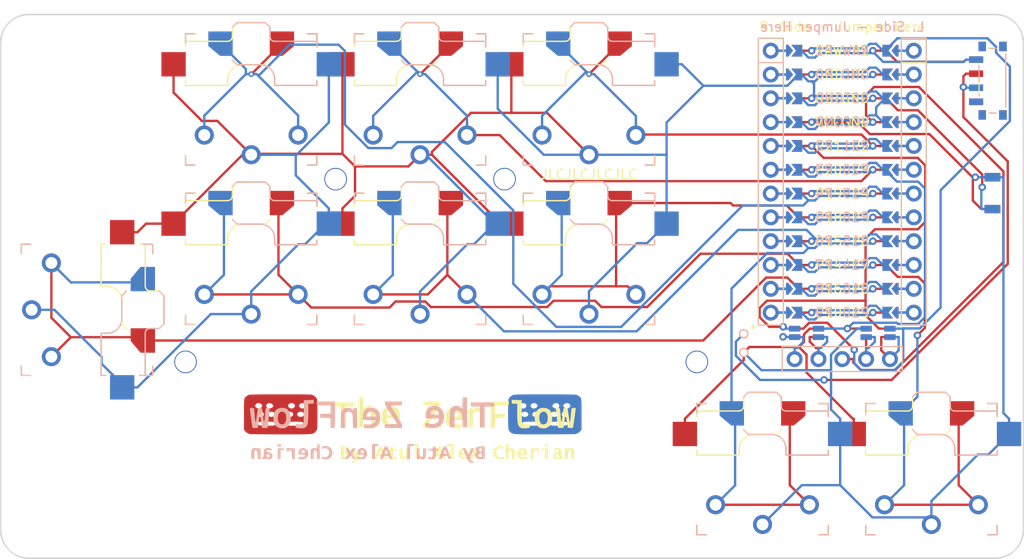
<source format=kicad_pcb>
(kicad_pcb (version 20221018) (generator pcbnew)
  (title_block (title "zenFlow") (rev "1") (company "Unknown"))
  (layers (0 "F.Cu" signal) (31 "B.Cu" signal) (34 "B.Paste" user) (35 "F.Paste" user) (36 "B.SilkS" user "B.Silkscreen") (37 "F.SilkS" user "F.Silkscreen") (38 "B.Mask" user) (39 "F.Mask" user) (44 "Edge.Cuts" user))
  (net 0 "")
  (net 1 "P8")
  (net 2 "GND")
  (net 3 "P7")
  (net 4 "P19")
  (net 5 "P6")
  (net 6 "P20")
  (net 7 "P5")
  (net 8 "P21")
  (net 9 "P15")
  (net 10 "P14")
  (net 11 "RAW")
  (net 12 "RST")
  (net 13 "VCC")
  (net 14 "P18")
  (net 15 "P16")
  (net 16 "P10")
  (net 17 "P1")
  (net 18 "P0")
  (net 19 "P2")
  (net 20 "P3")
  (net 21 "P4")
  (net 22 "P9")
  (net 23 "MCU1_24")
  (net 24 "MCU1_1")
  (net 25 "MCU1_23")
  (net 26 "MCU1_2")
  (net 27 "MCU1_22")
  (net 28 "MCU1_3")
  (net 29 "MCU1_21")
  (net 30 "MCU1_4")
  (net 31 "MCU1_20")
  (net 32 "MCU1_5")
  (net 33 "MCU1_19")
  (net 34 "MCU1_6")
  (net 35 "MCU1_18")
  (net 36 "MCU1_7")
  (net 37 "MCU1_17")
  (net 38 "MCU1_8")
  (net 39 "MCU1_16")
  (net 40 "MCU1_9")
  (net 41 "MCU1_15")
  (net 42 "MCU1_10")
  (net 43 "MCU1_14")
  (net 44 "MCU1_11")
  (net 45 "MCU1_13")
  (net 46 "MCU1_12")
  (net 47 "BAT_P")
  (net 48 "DISP1_1")
  (net 49 "DISP1_2")
  (net 50 "DISP1_4")
  (net 51 "DISP1_5")
  (footprint "lib:bat" (layer "F.Cu") (at 225 156.06 180)
    (fp_text reference "BAT" hide)
    (fp_text value "" hide)
  )
  (footprint "PG1350" (layer "F.Cu") (at 245 169.5)
    (fp_text reference "S9" hide)
    (fp_text value "")
  )
  (footprint "mounting_hole" (layer "F.Cu") (at 199.5 138.56)
    (fp_text reference "H1" hide)
    (fp_text value "")
  )
  (footprint "mounting_hole" (layer "F.Cu") (at 220 158.06)
    (fp_text reference "H4" hide)
    (fp_text value "")
  )
  (footprint "PG1350" (layer "F.Cu") (at 208.5 130.06)
    (fp_text reference "S7" hide)
    (fp_text value "")
  )
  (footprint "PG1350" (layer "F.Cu") (at 190.5 147.06)
    (fp_text reference "S4" hide)
    (fp_text value "")
  )
  (footprint "VIA-0.6mm" (layer "F.Cu") (at 190.5 127.36)
    (fp_text reference "Via2" hide)
    (fp_text value "VIA-0.6mm" hide)
  )
  (footprint "nice!view" (layer "F.Cu") (at 235.5 141.06)
    (fp_text reference "DISP1" hide)
    (fp_text value "")
  )
  (footprint "mounting_hole" (layer "F.Cu") (at 165.5 158.06)
    (fp_text reference "H3" hide)
    (fp_text value "")
  )
  (footprint "PG1350" (layer "F.Cu") (at 172.5 130.06)
    (fp_text reference "S3" hide)
    (fp_text value "")
  )
  (footprint "mounting_hole" (layer "F.Cu") (at 181.5 138.56)
    (fp_text reference "H2" hide)
    (fp_text value "")
  )
  (footprint "nice_nano" (layer "F.Cu") (at 235.5 137.56)
    (fp_text reference "MCU1" hide)
    (fp_text value "")
  )
  (footprint "Button_Switch_SMD:SW_SPST_B3U-1000P" (layer "F.Cu") (at 251.5 140.06 90)
    (fp_text reference "S10")
    (fp_text value "")
  )
  (footprint "PG1350" (layer "F.Cu") (at 208.5 147.06)
    (fp_text reference "S6" hide)
    (fp_text value "")
  )
  (footprint "PG1350" (layer "F.Cu") (at 172.5 147.06)
    (fp_text reference "S2" hide)
    (fp_text value "")
  )
  (footprint "VIA-0.6mm" (layer "F.Cu") (at 172.5 127.36)
    (fp_text reference "Via1" hide)
    (fp_text value "VIA-0.6mm" hide)
  )
  (footprint "PG1350" (layer "F.Cu") (at 190.5 130.06)
    (fp_text reference "S5" hide)
    (fp_text value "")
  )
  (footprint "PG1350" (layer "F.Cu") (at 155 152.5 -90)
    (fp_text reference "S1" hide)
    (fp_text value "")
  )
  (footprint "VIA-0.6mm" (layer "F.Cu") (at 208.5 127.36)
    (fp_text reference "Via3" hide)
    (fp_text value "VIA-0.6mm" hide)
  )
  (footprint "power_switch" (layer "F.Cu") (at 251.5 128.06)
    (fp_text reference "SW1" hide)
    (fp_text value "")
  )
  (footprint "PG1350" (layer "F.Cu") (at 227 169.5)
    (fp_text reference "S8" hide)
    (fp_text value "")
  )
  (footprint "zenFlow-logo:zenFlow-Logo" (layer "F.Cu") (at 189.72 164.99)
    (fp_text reference "G***" hide)
    (fp_text value "LOGO" hide)
  )
  (footprint "zenFlow-logo:zenFlow-Logo" (layer "B.Cu") (at 189.72 164.99 180)
    (fp_text reference "G***" hide)
    (fp_text value "LOGO" hide)
  )
  (gr_line (start 251.8 121) (end 148.8 121) (stroke (width 0.15)) (layer "Edge.Cuts"))
  (gr_line (start 254.8 176) (end 254.8 124) (stroke (width 0.15)) (layer "Edge.Cuts"))
  (gr_line (start 145.8 124) (end 145.8 176) (stroke (width 0.15)) (layer "Edge.Cuts"))
  (gr_arc (start 254.8 176) (mid 253.92132 178.12132) (end 251.8 179) (stroke (width 0.15)) (layer "Edge.Cuts"))
  (gr_arc (start 145.8 124) (mid 146.67868 121.87868) (end 148.8 121) (stroke (width 0.15)) (layer "Edge.Cuts"))
  (gr_arc (start 251.8 121) (mid 253.92132 121.87868) (end 254.8 124) (stroke (width 0.15)) (layer "Edge.Cuts"))
  (gr_line (start 148.8 179) (end 251.8 179) (stroke (width 0.15)) (layer "Edge.Cuts"))
  (gr_arc (start 148.8 179) (mid 146.67868 178.12132) (end 145.8 176) (stroke (width 0.15)) (layer "Edge.Cuts"))
  (gr_text "JLCJLCJLCJLC" (at 208.5 138.05) (layer "F.SilkS") (effects (font (size 1 1))))
  (segment (start 232.238 150.26) (end 232.24 150.26) (width 0.25) (layer "F.Cu") (net 1))
  (segment (start 230.7225 150.26) (end 230.7225 150.141) (width 0.25) (layer "F.Cu") (net 1))
  (segment (start 220.675 155.775) (end 160.95 155.775) (width 0.25) (layer "F.Cu") (net 1))
  (segment (start 230.7225 150.141) (end 229.6434 149.0619) (width 0.25) (layer "F.Cu") (net 1))
  (segment (start 230.725 150.26) (end 232.238 150.26) (width 0.25) (layer "F.Cu") (net 1))
  (segment (start 153.2769 155.4231) (end 160.5981 155.4231) (width 0.25) (layer "F.Cu") (net 1))
  (segment (start 160.5981 155.4231) (end 160.95 155.775) (width 0.25) (layer "F.Cu") (net 1))
  (segment (start 153.2769 155.4231) (end 151.2 153.3462) (width 0.25) (layer "F.Cu") (net 1))
  (segment (start 230.7225 150.26) (end 230.725 150.26) (width 0.25) (layer "F.Cu") (net 1))
  (segment (start 227.3881 149.0619) (end 220.675 155.775) (width 0.25) (layer "F.Cu") (net 1))
  (segment (start 229.6434 149.0619) (end 227.3881 149.0619) (width 0.25) (layer "F.Cu") (net 1))
  (segment (start 230.72 150.26) (end 230.7225 150.26) (width 0.25) (layer "F.Cu") (net 1))
  (segment (start 151.2 157.5) (end 153.2769 155.4231) (width 0.25) (layer "F.Cu") (net 1))
  (segment (start 151.2 153.3462) (end 151.2 147.5) (width 0.25) (layer "F.Cu") (net 1))
  (segment (start 232.49 150.01) (end 232.3392 150.1608) (width 0.25) (layer "B.Cu") (net 1))
  (segment (start 240.275 150.26) (end 239.84 150.26) (width 0.25) (layer "B.Cu") (net 1))
  (segment (start 232.3372 150.1608) (end 232.3392 150.1608) (width 0.25) (layer "B.Cu") (net 1))
  (segment (start 240.28 150.26) (end 240.275 150.26) (width 0.25) (layer "B.Cu") (net 1))
  (segment (start 153.2769 149.5769) (end 160.5981 149.5769) (width 0.25) (layer "B.Cu") (net 1))
  (segment (start 160.5981 149.5769) (end 160.95 149.225) (width 0.25) (layer "B.Cu") (net 1))
  (segment (start 239.84 150.26) (end 239.11 149.53) (width 0.25) (layer "B.Cu") (net 1))
  (segment (start 239.11 149.53) (end 238.41 149.53) (width 0.25) (layer "B.Cu") (net 1))
  (segment (start 232.3392 150.1608) (end 232.24 150.26) (width 0.25) (layer "B.Cu") (net 1))
  (segment (start 232.238 150.26) (end 232.3372 150.1608) (width 0.25) (layer "B.Cu") (net 1))
  (segment (start 238.41 149.53) (end 237.94 150.01) (width 0.25) (layer "B.Cu") (net 1))
  (segment (start 151.2 147.5) (end 153.2769 149.5769) (width 0.25) (layer "B.Cu") (net 1))
  (segment (start 237.94 150.01) (end 232.49 150.01) (width 0.25) (layer "B.Cu") (net 1))
  (segment (start 230.8762 156.4693) (end 231.69 157.2831) (width 0.25) (layer "F.Cu") (net 2))
  (segment (start 208.5 135.96) (end 204.0278 131.4878) (width 0.25) (layer "F.Cu") (net 2))
  (segment (start 195.9267 131.4878) (end 191.7565 135.658) (width 0.25) (layer "F.Cu") (net 2))
  (segment (start 200.225 131.4878) (end 195.9267 131.4878) (width 0.25) (layer "F.Cu") (net 2))
  (segment (start 225.5907 156.4693) (end 230.8762 156.4693) (width 0.25) (layer "F.Cu") (net 2))
  (segment (start 161.2919 143.31) (end 160.3769 144.225) (width 0.25) (layer "F.Cu") (net 2))
  (segment (start 225 157.8481) (end 218.725 164.1231) (width 0.25) (layer "F.Cu") (net 2))
  (segment (start 172.5 135.96) (end 171.575 135.96) (width 0.25) (layer "F.Cu") (net 2))
  (segment (start 200.225 131.4878) (end 200.225 127.9369) (width 0.25) (layer "F.Cu") (net 2))
  (segment (start 191.7565 135.658) (end 191.7565 135.96) (width 0.25) (layer "F.Cu") (net 2))
  (segment (start 249.4147 138.3884) (end 249.4439 138.3592) (width 0.25) (layer "F.Cu") (net 2))
  (segment (start 232.238 132.48) (end 232.24 132.48) (width 0.25) (layer "F.Cu") (net 2))
  (segment (start 164.225 143.31) (end 161.2919 143.31) (width 0.25) (layer "F.Cu") (net 2))
  (segment (start 189.258 137.202) (end 183.5631 137.202) (width 0.25) (layer "F.Cu") (net 2))
  (segment (start 251.5 141.76) (end 250.3231 141.76) (width 0.25) (layer "F.Cu") (net 2))
  (segment (start 164.225 129.3236) (end 167.2513 132.3499) (width 0.25) (layer "F.Cu") (net 2))
  (segment (start 182.225 141.6831) (end 183.5631 140.345) (width 0.25) (layer "F.Cu") (net 2))
  (segment (start 238.4301 133.7481) (end 237.162 132.48) (width 0.25) (layer "F.Cu") (net 2))
  (segment (start 236.6233 164.1231) (end 236.725 164.1231) (width 0.25) (layer "F.Cu") (net 2))
  (segment (start 230.72 132.48) (end 230.725 132.48) (width 0.25) (layer "F.Cu") (net 2))
  (segment (start 250.3231 141.76) (end 249.4147 140.8516) (width 0.25) (layer "F.Cu") (net 2))
  (segment (start 191.7565 135.96) (end 198.5981 142.8016) (width 0.25) (layer "F.Cu") (net 2))
  (segment (start 230.725 132.48) (end 232.238 132.48) (width 0.25) (layer "F.Cu") (net 2))
  (segment (start 200.225 143.31) (end 198.5981 143.31) (width 0.25) (layer "F.Cu") (net 2))
  (segment (start 240.28 127.4) (end 240.275 127.4) (width 0.25) (layer "F.Cu") (net 2))
  (segment (start 182.225 135.8639) (end 172.5961 135.8639) (width 0.25) (layer "F.Cu") (net 2))
  (segment (start 236.725 165.75) (end 236.725 164.1231) (width 0.25) (layer "F.Cu") (net 2))
  (segment (start 167.2513 132.3499) (end 168.8899 132.3499) (width 0.25) (layer "F.Cu") (net 2))
  (segment (start 231.4195 155.926) (end 231.4195 155.1236) (width 0.25) (layer "F.Cu") (net 2))
  (segment (start 164.225 126.31) (end 164.225 129.3236) (width 0.25) (layer "F.Cu") (net 2))
  (segment (start 225 157.06) (end 225 157.8481) (width 0.25) (layer "F.Cu") (net 2))
  (segment (start 168.8899 132.3499) (end 172.5 135.96) (width 0.25) (layer "F.Cu") (net 2))
  (segment (start 249.4439 138.3592) (end 249.6798 138.3592) (width 0.25) (layer "F.Cu") (net 2))
  (segment (start 172.5961 135.8639) (end 172.5 135.96) (width 0.25) (layer "F.Cu") (net 2))
  (segment (start 230.72 129.94) (end 230.725 129.94) (width 0.25) (layer "F.Cu") (net 2))
  (segment (start 244.7744 133.7481) (end 238.4301 133.7481) (width 0.25) (layer "F.Cu") (net 2))
  (segment (start 231.69 159.1898) (end 236.6233 164.1231) (width 0.25) (layer "F.Cu") (net 2))
  (segment (start 190.5 135.96) (end 191.7565 135.96) (width 0.25) (layer "F.Cu") (net 2))
  (segment (start 182.225 143.31) (end 182.225 141.6831) (width 0.25) (layer "F.Cu") (net 2))
  (segment (start 237.162 132.48) (end 232.24 132.48) (width 0.25) (layer "F.Cu") (net 2))
  (segment (start 190.5 135.96) (end 189.258 137.202) (width 0.25) (layer "F.Cu") (net 2))
  (segment (start 238.762 127.4) (end 238.76 127.4) (width 0.25) (layer "F.Cu") (net 2))
  (segment (start 182.225 135.8639) (end 182.225 126.31) (width 0.25) (layer "F.Cu") (net 2))
  (segment (start 240.275 127.4) (end 238.762 127.4) (width 0.25) (layer "F.Cu") (net 2))
  (segment (start 183.5631 140.345) (end 183.5631 137.202) (width 0.25) (layer "F.Cu") (net 2))
  (segment (start 198.5981 142.8016) (end 198.5981 143.31) (width 0.25) (layer "F.Cu") (net 2))
  (segment (start 218.725 165.75) (end 218.725 164.1231) (width 0.25) (layer "F.Cu") (net 2))
  (segment (start 249.4147 138.3884) (end 244.7744 133.7481) (width 0.25) (layer "F.Cu") (net 2))
  (segment (start 249.4147 140.8516) (end 249.4147 138.3884) (width 0.25) (layer "F.Cu") (net 2))
  (segment (start 225 157.06) (end 225.5907 156.4693) (width 0.25) (layer "F.Cu") (net 2))
  (segment (start 200.225 126.31) (end 200.225 127.9369) (width 0.25) (layer "F.Cu") (net 2))
  (segment (start 231.69 157.2831) (end 231.69 159.1898) (width 0.25) (layer "F.Cu") (net 2))
  (segment (start 171.575 135.96) (end 164.225 143.31) (width 0.25) (layer "F.Cu") (net 2))
  (segment (start 158.75 144.225) (end 160.3769 144.225) (width 0.25) (layer "F.Cu") (net 2))
  (segment (start 230.725 129.94) (end 232.238 129.94) (width 0.25) (layer "F.Cu") (net 2))
  (segment (start 232.238 129.94) (end 232.24 129.94) (width 0.25) (layer "F.Cu") (net 2))
  (segment (start 204.0278 131.4878) (end 200.225 131.4878) (width 0.25) (layer "F.Cu") (net 2))
  (segment (start 231.4195 155.1236) (end 232.0331 154.51) (width 0.25) (layer "F.Cu") (net 2))
  (segment (start 230.8762 156.4693) (end 231.4195 155.926) (width 0.25) (layer "F.Cu") (net 2))
  (segment (start 183.5631 137.202) (end 182.225 135.8639) (width 0.25) (layer "F.Cu") (net 2))
  (segment (start 232.96 154.51) (end 232.0331 154.51) (width 0.25) (layer "F.Cu") (net 2))
  (via (at 249.6798 138.3592) (size 0.8) (drill 0.4) (layers "F.Cu" "B.Cu") (net 2))
  (segment (start 237.94 129.69) (end 232.49 129.69) (width 0.25) (layer "B.Cu") (net 2))
  (segment (start 239.84 132.48) (end 239.11 131.75) (width 0.25) (layer "B.Cu") (net 2))
  (segment (start 233.05 127.65) (end 238.51 127.65) (width 0.25) (layer "B.Cu") (net 2))
  (segment (start 238.6608 127.4992) (end 238.76 127.4) (width 0.25) (layer "B.Cu") (net 2))
  (segment (start 198.775 131.0532) (end 198.775 126.31) (width 0.25) (layer "B.Cu") (net 2))
  (segment (start 208.5 135.96) (end 203.6818 135.96) (width 0.25) (layer "B.Cu") (net 2))
  (segment (start 240.275 132.48) (end 239.84 132.48) (width 0.25) (layer "B.Cu") (net 2))
  (segment (start 230.725 127.4) (end 231.16 127.4) (width 0.25) (layer "B.Cu") (net 2))
  (segment (start 180.775 132.5189) (end 180.775 126.31) (width 0.25) (layer "B.Cu") (net 2))
  (segment (start 240.28 132.48) (end 240.275 132.48) (width 0.25) (layer "B.Cu") (net 2))
  (segment (start 226.8843 158.9443) (end 225 157.06) (width 0.25) (layer "B.Cu") (net 2))
  (segment (start 238.41 129.21) (end 237.94 129.69) (width 0.25) (layer "B.Cu") (net 2))
  (segment (start 216.775 132.5131) (end 216.775 135.96) (width 0.25) (layer "B.Cu") (net 2))
  (segment (start 177.2481 136.0458) (end 180.775 132.5189) (width 0.25) (layer "B.Cu") (net 2))
  (segment (start 203.6818 135.96) (end 198.775 131.0532) (width 0.25) (layer "B.Cu") (net 2))
  (segment (start 232.238 132.48) (end 232.3372 132.3808) (width 0.25) (layer "B.Cu") (net 2))
  (segment (start 214.6911 145.3939) (end 216.775 143.31) (width 0.25) (layer "B.Cu") (net 2))
  (segment (start 198.7694 143.3044) (end 198.4514 143.3044) (width 0.25) (layer "B.Cu") (net 2))
  (segment (start 237.94 132.23) (end 232.49 132.23) (width 0.25) (layer "B.Cu") (net 2))
  (segment (start 238.51 127.65) (end 238.6608 127.4992) (width 0.25) (layer "B.Cu") (net 2))
  (segment (start 220.69 128.5981) (end 218.4019 126.31) (width 0.25) (layer "B.Cu") (net 2))
  (segment (start 240.28 129.94) (end 240.275 129.94) (width 0.25) (layer "B.Cu") (net 2))
  (segment (start 238.04 154.51) (end 237.1131 154.51) (width 0.25) (layer "B.Cu") (net 2))
  (segment (start 177.1623 135.96) (end 177.2481 136.0458) (width 0.25) (layer "B.Cu") (net 2))
  (segment (start 216.775 135.96) (end 216.775 141.6831) (width 0.25) (layer "B.Cu") (net 2))
  (segment (start 253.275 165.75) (end 251.0755 167.9495) (width 0.25) (layer "B.Cu") (net 2))
  (segment (start 232.3372 129.8408) (end 232.3392 129.8408) (width 0.25) (layer "B.Cu") (net 2))
  (segment (start 232.49 128.38) (end 232.49 129.69) (width 0.25) (layer "B.Cu") (net 2))
  (segment (start 156.5505 157.5282) (end 151.5223 152.5) (width 0.25) (layer "B.Cu") (net 2))
  (segment (start 198.775 143.31) (end 198.7694 143.3044) (width 0.25) (layer "B.Cu") (net 2))
  (segment (start 251.0755 167.9495) (end 249.9517 167.9495) (width 0.25) (layer "B.Cu") (net 2))
  (segment (start 251.5 138.36) (end 252.6769 138.36) (width 0.25) (layer "B.Cu") (net 2))
  (segment (start 172.5 135.96) (end 177.1623 135.96) (width 0.25) (layer "B.Cu") (net 2))
  (segment (start 230.72 127.4) (end 230.7225 127.4) (width 0.25) (layer "B.Cu") (net 2))
  (segment (start 216.775 143.31) (end 216.775 141.6831) (width 0.25) (layer "B.Cu") (net 2))
  (segment (start 238.762 127.4) (end 238.6628 127.4992) (width 0.25) (layer "B.Cu") (net 2))
  (segment (start 220.69 128.5981) (end 216.775 132.5131) (width 0.25) (layer "B.Cu") (net 2))
  (segment (start 195.5283 145.5095) (end 190.5 150.5378) (width 0.25) (layer "B.Cu") (net 2))
  (segment (start 180.775 143.31) (end 180.775 142.9807) (width 0.25) (layer "B.Cu") (net 2))
  (segment (start 245 172.9012) (end 245 174.646) (width 0.25) (layer "B.Cu") (net 2))
  (segment (start 235.275 171.2101) (end 235.275 165.75) (width 0.25) (layer "B.Cu") (net 2))
  (segment (start 253.275 165.75) (end 253.275 164.1231) (width 0.25) (layer "B.Cu") (net 2))
  (segment (start 240.0575 129.94) (end 239.11 130.8875) (width 0.25) (layer "B.Cu") (net 2))
  (segment (start 191.107 135.96) (end 198.4514 143.3044) (width 0.25) (layer "B.Cu") (net 2))
  (segment (start 240.275 129.94) (end 240.0575 129.94) (width 0.25) (layer "B.Cu") (net 2))
  (segment (start 234.3018 163.1499) (end 235.275 164.1231) (width 0.25) (layer "B.Cu") (net 2))
  (segment (start 180.775 142.9807) (end 178.2462 145.5095) (width 0.25) (layer "B.Cu") (net 2))
  (segment (start 240.0575 129.94) (end 239.84 129.94) (width 0.25) (layer "B.Cu") (net 2))
  (segment (start 216.775 135.96) (end 208.5 135.96) (width 0.25) (layer "B.Cu") (net 2))
  (segment (start 232.238 129.94) (end 232.3372 129.8408) (width 0.25) (layer "B.Cu") (net 2))
  (segment (start 208.5 150.5291) (end 213.6352 145.3939) (width 0.25) (layer "B.Cu") (net 2))
  (segment (start 232.96 127.74) (end 233.05 127.65) (width 0.25) (layer "B.Cu") (net 2))
  (segment (start 232.49 129.69) (end 232.3392 129.8408) (width 0.25) (layer "B.Cu") (net 2))
  (segment (start 238.41 131.75) (end 237.94 132.23) (width 0.25) (layer "B.Cu") (net 2))
  (segment (start 232.3372 132.3808) (end 232.3392 132.3808) (width 0.25) (layer "B.Cu") (net 2))
  (segment (start 177.2481 136.0458) (end 177.2481 138.1562) (width 0.25) (layer "B.Cu") (net 2))
  (segment (start 232.3392 132.3808) (end 232.24 132.48) (width 0.25) (layer "B.Cu") (net 2))
  (segment (start 177.5283 145.5095) (end 172.5 150.5378) (width 0.25) (layer "B.Cu") (net 2))
  (segment (start 230.7225 127.4) (end 230.7225 127.519) (width 0.25) (layer "B.Cu") (net 2))
  (segment (start 232.24 128.13) (end 232.49 128.38) (width 0.25) (layer "B.Cu") (net 2))
  (segment (start 237.0678 154.51) (end 237.1131 154.51) (width 0.25) (layer "B.Cu") (net 2))
  (segment (start 208.5 152.96) (end 208.5 150.5291) (width 0.25) (layer "B.Cu") (net 2))
  (segment (start 151.5223 152.5) (end 149.1 152.5) (width 0.25) (layer "B.Cu") (net 2))
  (segment (start 231.16 127.4) (end 231.89 128.13) (width 0.25) (layer "B.Cu") (net 2))
  (segment (start 232.96 127.75) (end 232.96 127.74) (width 0.25) (layer "B.Cu") (net 2))
  (segment (start 245 174.646) (end 245 175.4) (width 0.25) (layer "B.Cu") (net 2))
  (segment (start 251.5 138.36) (end 250.3231 138.36) (width 0.25) (layer "B.Cu") (net 2))
  (segment (start 231.89 128.13) (end 232.24 128.13) (width 0.25) (layer "B.Cu") (net 2))
  (segment (start 237.0678 154.5101) (end 237.0678 154.51) (width 0.25) (layer "B.Cu") (net 2))
  (segment (start 245 174.646) (end 238.7109 174.646) (width 0.25) (layer "B.Cu") (net 2))
  (segment (start 238.6628 127.4992) (end 238.6608 127.4992) (width 0.25) (layer "B.Cu") (net 2))
  (segment (start 252.6769 163.525) (end 253.275 164.1231) (width 0.25) (layer "B.Cu") (net 2))
  (segment (start 198.4514 143.3044) (end 196.2463 145.5095) (width 0.25) (layer "B.Cu") (net 2))
  (segment (start 231.1899 171.2101) (end 227 175.4) (width 0.25) (layer "B.Cu") (net 2))
  (segment (start 158.75 160.775) (end 159.0793 160.775) (width 0.25) (layer "B.Cu") (net 2))
  (segment (start 180.775 142.9807) (end 180.775 141.6831) (width 0.25) (layer "B.Cu") (net 2))
  (segment (start 235.275 171.2101) (end 231.1899 171.2101) (width 0.25) (layer "B.Cu") (net 2))
  (segment (start 172.5 150.5378) (end 172.5 152.96) (width 0.25) (layer "B.Cu") (net 2))
  (segment (start 238.7109 174.646) (end 235.275 171.2101) (width 0.25) (layer "B.Cu") (net 2))
  (segment (start 252.6769 138.36) (end 252.6769 163.525) (width 0.25) (layer "B.Cu") (net 2))
  (segment (start 232.59 128.13) (end 232.96 127.75) (width 0.25) (layer "B.Cu") (net 2))
  (segment (start 190.5 135.96) (end 191.107 135.96) (width 0.25) (layer "B.Cu") (net 2))
  (segment (start 232.24 128.13) (end 232.59 128.13) (width 0.25) (layer "B.Cu") (net 2))
  (segment (start 250.3223 138.3592) (end 249.6798 138.3592) (width 0.25) (layer "B.Cu") (net 2))
  (segment (start 177.2481 138.1562) (end 180.775 141.6831) (width 0.25) (layer "B.Cu") (net 2))
  (segment (start 239.11 131.75) (end 238.41 131.75) (width 0.25) (layer "B.Cu") (net 2))
  (segment (start 229.6434 128.5981) (end 220.69 128.5981) (width 0.25) (layer "B.Cu") (net 2))
  (segment (start 213.6352 145.3939) (end 214.6911 145.3939) (width 0.25) (layer "B.Cu") (net 2))
  (segment (start 232.49 132.23) (end 232.3392 132.3808) (width 0.25) (layer "B.Cu") (net 2))
  (segment (start 196.2463 145.5095) (end 195.5283 145.5095) (width 0.25) (layer "B.Cu") (net 2))
  (segment (start 234.3018 157.2761) (end 237.0678 154.5101) (width 0.25) (layer "B.Cu") (net 2))
  (segment (start 178.2462 145.5095) (end 177.5283 145.5095) (width 0.25) (layer "B.Cu") (net 2))
  (segment (start 234.3018 158.9443) (end 234.3018 163.1499) (width 0.25) (layer "B.Cu") (net 2))
  (segment (start 235.275 165.75) (end 235.275 164.1231) (width 0.25) (layer "B.Cu") (net 2))
  (segment (start 190.5 150.5378) (end 190.5 152.96) (width 0.25) (layer "B.Cu") (net 2))
  (segment (start 249.9517 167.9495) (end 245 172.9012) (width 0.25) (layer "B.Cu") (net 2))
  (segment (start 239.11 129.21) (end 238.41 129.21) (width 0.25) (layer "B.Cu") (net 2))
  (segment (start 239.11 130.8875) (end 239.11 131.75) (width 0.25) (layer "B.Cu") (net 2))
  (segment (start 234.3018 158.9443) (end 226.8843 158.9443) (width 0.25) (layer "B.Cu") (net 2))
  (segment (start 216.775 126.31) (end 218.4019 126.31) (width 0.25) (layer "B.Cu") (net 2))
  (segment (start 232.3392 129.8408) (end 232.24 129.94) (width 0.25) (layer "B.Cu") (net 2))
  (segment (start 230.7225 127.4) (end 230.725 127.4) (width 0.25) (layer "B.Cu") (net 2))
  (segment (start 230.7225 127.519) (end 229.6434 128.5981) (width 0.25) (layer "B.Cu") (net 2))
  (segment (start 239.84 129.94) (end 239.11 129.21) (width 0.25) (layer "B.Cu") (net 2))
  (segment (start 159.0793 160.775) (end 156.5505 158.2462) (width 0.25) (layer "B.Cu") (net 2))
  (segment (start 234.3018 158.9443) (end 234.3018 157.2761) (width 0.25) (layer "B.Cu") (net 2))
  (segment (start 250.3231 138.36) (end 250.3223 138.3592) (width 0.25) (layer "B.Cu") (net 2))
  (segment (start 168.1919 152.96) (end 172.5 152.96) (width 0.25) (layer "B.Cu") (net 2))
  (segment (start 156.5505 158.2462) (end 156.5505 157.5282) (width 0.25) (layer "B.Cu") (net 2))
  (segment (start 160.3769 160.775) (end 168.1919 152.96) (width 0.25) (layer "B.Cu") (net 2))
  (segment (start 159.0793 160.775) (end 160.3769 160.775) (width 0.25) (layer "B.Cu") (net 2))
  (segment (start 230.7225 147.72) (end 230.725 147.72) (width 0.25) (layer "F.Cu") (net 3))
  (segment (start 187.8855 151.6171) (end 187.2416 152.261) (width 0.25) (layer "F.Cu") (net 3))
  (segment (start 209.8236 152.2062) (end 209.1537 151.5363) (width 0.25) (layer "F.Cu") (net 3))
  (segment (start 178.901 152.261) (end 177.5 150.86) (width 0.25) (layer "F.Cu") (net 3))
  (segment (start 191.6453 152.2061) (end 191.0563 151.6171) (width 0.25) (layer "F.Cu") (net 3))
  (segment (start 230.7225 147.72) (end 230.7225 147.5741) (width 0.25) (layer "F.Cu") (net 3))
  (segment (start 209.1537 151.5363) (end 204.7229 151.5363) (width 0.25) (layer "F.Cu") (net 3))
  (segment (start 214.7046 152.2062) (end 209.8236 152.2062) (width 0.25) (layer "F.Cu") (net 3))
  (segment (start 229.6687 146.5203) (end 220.3905 146.5203) (width 0.25) (layer "F.Cu") (net 3))
  (segment (start 230.7225 147.5741) (end 229.6687 146.5203) (width 0.25) (layer "F.Cu") (net 3))
  (segment (start 204.0531 152.2061) (end 191.6453 152.2061) (width 0.25) (layer "F.Cu") (net 3))
  (segment (start 175.775 141.11) (end 175.4056 141.4794) (width 0.25) (layer "F.Cu") (net 3))
  (segment (start 175.4056 141.4794) (end 175.4056 148.7656) (width 0.25) (layer "F.Cu") (net 3))
  (segment (start 187.2416 152.261) (end 178.901 152.261) (width 0.25) (layer "F.Cu") (net 3))
  (segment (start 232.238 147.72) (end 232.24 147.72) (width 0.25) (layer "F.Cu") (net 3))
  (segment (start 220.3905 146.5203) (end 214.7046 152.2062) (width 0.25) (layer "F.Cu") (net 3))
  (segment (start 204.7229 151.5363) (end 204.0531 152.2061) (width 0.25) (layer "F.Cu") (net 3))
  (segment (start 175.4056 148.7656) (end 177.5 150.86) (width 0.25) (layer "F.Cu") (net 3))
  (segment (start 177.5 150.86) (end 167.5 150.86) (width 0.25) (layer "F.Cu") (net 3))
  (segment (start 230.725 147.72) (end 232.238 147.72) (width 0.25) (layer "F.Cu") (net 3))
  (segment (start 230.72 147.72) (end 230.7225 147.72) (width 0.25) (layer "F.Cu") (net 3))
  (segment (start 191.0563 151.6171) (end 187.8855 151.6171) (width 0.25) (layer "F.Cu") (net 3))
  (segment (start 240.28 147.72) (end 240.275 147.72) (width 0.25) (layer "B.Cu") (net 3))
  (segment (start 238.41 146.99) (end 237.94 147.47) (width 0.25) (layer "B.Cu") (net 3))
  (segment (start 169.5944 141.4794) (end 169.5944 148.7656) (width 0.25) (layer "B.Cu") (net 3))
  (segment (start 169.5944 148.7656) (end 167.5 150.86) (width 0.25) (layer "B.Cu") (net 3))
  (segment (start 232.49 147.47) (end 232.3392 147.6208) (width 0.25) (layer "B.Cu") (net 3))
  (segment (start 240.275 147.72) (end 239.84 147.72) (width 0.25) (layer "B.Cu") (net 3))
  (segment (start 169.225 141.11) (end 169.5944 141.4794) (width 0.25) (layer "B.Cu") (net 3))
  (segment (start 237.94 147.47) (end 232.49 147.47) (width 0.25) (layer "B.Cu") (net 3))
  (segment (start 232.3392 147.6208) (end 232.24 147.72) (width 0.25) (layer "B.Cu") (net 3))
  (segment (start 239.11 146.99) (end 238.41 146.99) (width 0.25) (layer "B.Cu") (net 3))
  (segment (start 239.84 147.72) (end 239.11 146.99) (width 0.25) (layer "B.Cu") (net 3))
  (segment (start 232.238 147.72) (end 232.3372 147.6208) (width 0.25) (layer "B.Cu") (net 3))
  (segment (start 232.3372 147.6208) (end 232.3392 147.6208) (width 0.25) (layer "B.Cu") (net 3))
  (segment (start 238.762 140.1) (end 238.76 140.1) (width 0.25) (layer "F.Cu") (net 4))
  (segment (start 240.275 140.1) (end 238.762 140.1) (width 0.25) (layer "F.Cu") (net 4))
  (segment (start 172.525 127.36) (end 175.775 124.11) (width 0.25) (layer "F.Cu") (net 4))
  (segment (start 172.5 127.36) (end 172.525 127.36) (width 0.25) (layer "F.Cu") (net 4))
  (segment (start 240.28 140.1) (end 240.275 140.1) (width 0.25) (layer "F.Cu") (net 4))
  (segment (start 238.762 140.1) (end 238.6628 140.1992) (width 0.25) (layer "B.Cu") (net 4))
  (segment (start 233.05 140.35) (end 238.51 140.35) (width 0.25) (layer "B.Cu") (net 4))
  (segment (start 187.4558 135.2483) (end 184.9892 135.2483) (width 0.25) (layer "B.Cu") (net 4))
  (segment (start 167.5 133.86) (end 167.5 131.7904) (width 0.25) (layer "B.Cu") (net 4))
  (segment (start 238.51 140.35) (end 238.6608 140.1992) (width 0.25) (layer "B.Cu") (net 4))
  (segment (start 231.16 140.1) (end 231.8876 140.8276) (width 0.25) (layer "B.Cu") (net 4))
  (segment (start 231.8876 140.8276) (end 231.3452 141.37) (width 0.25) (layer "B.Cu") (net 4))
  (segment (start 231.8876 140.8276) (end 231.89 140.83) (width 0.25) (layer "B.Cu") (net 4))
  (segment (start 231.89 140.83) (end 232.59 140.83) (width 0.25) (layer "B.Cu") (net 4))
  (segment (start 173.0872 127.36) (end 173.2695 127.5423) (width 0.25) (layer "B.Cu") (net 4))
  (segment (start 171.9304 127.36) (end 171.9304 126.8154) (width 0.25) (layer "B.Cu") (net 4))
  (segment (start 173.2695 127.5423) (end 177.5 131.7728) (width 0.25) (layer "B.Cu") (net 4))
  (segment (start 181.8097 124.2175) (end 176.5943 124.2175) (width 0.25) (layer "B.Cu") (net 4))
  (segment (start 238.6628 140.1992) (end 238.6608 140.1992) (width 0.25) (layer "B.Cu") (net 4))
  (segment (start 238.6608 140.1992) (end 238.76 140.1) (width 0.25) (layer "B.Cu") (net 4))
  (segment (start 205.0282 154.3231) (end 200.4339 149.7288) (width 0.25) (layer "B.Cu") (net 4))
  (segment (start 230.725 140.1) (end 231.16 140.1) (width 0.25) (layer "B.Cu") (net 4))
  (segment (start 171.9304 126.8154) (end 169.225 124.11) (width 0.25) (layer "B.Cu") (net 4))
  (segment (start 171.9304 127.36) (end 172.5 127.36) (width 0.25) (layer "B.Cu") (net 4))
  (segment (start 182.4886 124.8964) (end 181.8097 124.2175) (width 0.25) (layer "B.Cu") (net 4))
  (segment (start 224.8892 141.37) (end 211.9361 154.3231) (width 0.25) (layer "B.Cu") (net 4))
  (segment (start 230.72 140.1) (end 230.725 140.1) (width 0.25) (layer "B.Cu") (net 4))
  (segment (start 184.9892 135.2483) (end 182.4886 132.7477) (width 0.25) (layer "B.Cu") (net 4))
  (segment (start 232.96 140.44) (end 233.05 140.35) (width 0.25) (layer "B.Cu") (net 4))
  (segment (start 232.59 140.83) (end 232.96 140.45) (width 0.25) (layer "B.Cu") (net 4))
  (segment (start 232.96 140.45) (end 232.96 140.44) (width 0.25) (layer "B.Cu") (net 4))
  (segment (start 182.4886 132.7477) (end 182.4886 124.8964) (width 0.25) (layer "B.Cu") (net 4))
  (segment (start 176.5943 124.2175) (end 173.2695 127.5423) (width 0.25) (layer "B.Cu") (net 4))
  (segment (start 193.1377 134.6028) (end 188.1013 134.6028) (width 0.25) (layer "B.Cu") (net 4))
  (segment (start 200.4339 149.7288) (end 200.4339 141.899) (width 0.25) (layer "B.Cu") (net 4))
  (segment (start 172.5 127.36) (end 173.0872 127.36) (width 0.25) (layer "B.Cu") (net 4))
  (segment (start 188.1013 134.6028) (end 187.4558 135.2483) (width 0.25) (layer "B.Cu") (net 4))
  (segment (start 167.5 131.7904) (end 171.9304 127.36) (width 0.25) (layer "B.Cu") (net 4))
  (segment (start 231.3452 141.37) (end 224.8892 141.37) (width 0.25) (layer "B.Cu") (net 4))
  (segment (start 200.4339 141.899) (end 193.1377 134.6028) (width 0.25) (layer "B.Cu") (net 4))
  (segment (start 177.5 131.7728) (end 177.5 133.86) (width 0.25) (layer "B.Cu") (net 4))
  (segment (start 211.9361 154.3231) (end 205.0282 154.3231) (width 0.25) (layer "B.Cu") (net 4))
  (segment (start 230.725 145.18) (end 232.238 145.18) (width 0.25) (layer "F.Cu") (net 5))
  (segment (start 193.4056 148.7656) (end 191.3112 150.86) (width 0.25) (layer "F.Cu") (net 5))
  (segment (start 193.4056 141.4794) (end 193.4056 148.7656) (width 0.25) (layer "F.Cu") (net 5))
  (segment (start 193.4056 148.7656) (end 195.5 150.86) (width 0.25) (layer "F.Cu") (net 5))
  (segment (start 193.775 141.11) (end 193.4056 141.4794) (width 0.25) (layer "F.Cu") (net 5))
  (segment (start 230.72 145.18) (end 230.725 145.18) (width 0.25) (layer "F.Cu") (net 5))
  (segment (start 232.238 145.18) (end 232.24 145.18) (width 0.25) (layer "F.Cu") (net 5))
  (segment (start 191.3112 150.86) (end 185.5 150.86) (width 0.25) (layer "F.Cu") (net 5))
  (segment (start 187.5944 141.4794) (end 187.5944 148.7656) (width 0.25) (layer "B.Cu") (net 5))
  (segment (start 240.275 145.18) (end 239.84 145.18) (width 0.25) (layer "B.Cu") (net 5))
  (segment (start 237.94 144.93) (end 232.6479 144.93) (width 0.25) (layer "B.Cu") (net 5))
  (segment (start 232.6479 144.93) (end 232.49 144.93) (width 0.25) (layer "B.Cu") (net 5))
  (segment (start 239.84 145.18) (end 239.11 144.45) (width 0.25) (layer "B.Cu") (net 5))
  (segment (start 231.6916 143.9737) (end 232.6479 144.93) (width 0.25) (layer "B.Cu") (net 5))
  (segment (start 224.4054 143.9737) (end 231.6916 143.9737) (width 0.25) (layer "B.Cu") (net 5))
  (segment (start 213.5823 154.7968) (end 224.4054 143.9737) (width 0.25) (layer "B.Cu") (net 5))
  (segment (start 232.3392 145.0808) (end 232.24 145.18) (width 0.25) (layer "B.Cu") (net 5))
  (segment (start 199.4368 154.7968) (end 213.5823 154.7968) (width 0.25) (layer "B.Cu") (net 5))
  (segment (start 240.28 145.18) (end 240.275 145.18) (width 0.25) (layer "B.Cu") (net 5))
  (segment (start 232.49 144.93) (end 232.3392 145.0808) (width 0.25) (layer "B.Cu") (net 5))
  (segment (start 187.225 141.11) (end 187.5944 141.4794) (width 0.25) (layer "B.Cu") (net 5))
  (segment (start 232.238 145.18) (end 232.3372 145.0808) (width 0.25) (layer "B.Cu") (net 5))
  (segment (start 238.41 144.45) (end 237.94 144.93) (width 0.25) (layer "B.Cu") (net 5))
  (segment (start 195.5 150.86) (end 199.4368 154.7968) (width 0.25) (layer "B.Cu") (net 5))
  (segment (start 239.11 144.45) (end 238.41 144.45) (width 0.25) (layer "B.Cu") (net 5))
  (segment (start 187.5944 148.7656) (end 185.5 150.86) (width 0.25) (layer "B.Cu") (net 5))
  (segment (start 232.3372 145.0808) (end 232.3392 145.0808) (width 0.25) (layer "B.Cu") (net 5))
  (segment (start 190.525 127.36) (end 190.5 127.36) (width 0.25) (layer "F.Cu") (net 6))
  (segment (start 240.28 137.56) (end 240.275 137.56) (width 0.25) (layer "F.Cu") (net 6))
  (segment (start 203.9031 138.7791) (end 198.984 133.86) (width 0.25) (layer "F.Cu") (net 6))
  (segment (start 237.5409 138.7791) (end 203.9031 138.7791) (width 0.25) (layer "F.Cu") (net 6))
  (segment (start 240.275 137.56) (end 238.762 137.56) (width 0.25) (layer "F.Cu") (net 6))
  (segment (start 193.775 124.11) (end 190.525 127.36) (width 0.25) (layer "F.Cu") (net 6))
  (segment (start 198.984 133.86) (end 195.5 133.86) (width 0.25) (layer "F.Cu") (net 6))
  (segment (start 238.76 137.56) (end 237.5409 138.7791) (width 0.25) (layer "F.Cu") (net 6))
  (segment (start 238.762 137.56) (end 238.76 137.56) (width 0.25) (layer "F.Cu") (net 6))
  (segment (start 191.0406 127.36) (end 195.5 131.8194) (width 0.25) (layer "B.Cu") (net 6))
  (segment (start 233.05 137.81) (end 238.51 137.81) (width 0.25) (layer "B.Cu") (net 6))
  (segment (start 238.6628 137.6592) (end 238.6608 137.6592) (width 0.25) (layer "B.Cu") (net 6))
  (segment (start 190.2375 127.0975) (end 190.5 127.36) (width 0.25) (layer "B.Cu") (net 6))
  (segment (start 190.2125 127.0975) (end 187.225 124.11) (width 0.25) (layer "B.Cu") (net 6))
  (segment (start 190.2125 127.0975) (end 190.2375 127.0975) (width 0.25) (layer "B.Cu") (net 6))
  (segment (start 238.51 137.81) (end 238.6608 137.6592) (width 0.25) (layer "B.Cu") (net 6))
  (segment (start 185.5 133.86) (end 185.5 131.81) (width 0.25) (layer "B.Cu") (net 6))
  (segment (start 231.16 137.56) (end 231.89 138.29) (width 0.25) (layer "B.Cu") (net 6))
  (segment (start 238.6608 137.6592) (end 238.76 137.56) (width 0.25) (layer "B.Cu") (net 6))
  (segment (start 232.59 138.29) (end 232.96 137.91) (width 0.25) (layer "B.Cu") (net 6))
  (segment (start 190.5 127.36) (end 191.0406 127.36) (width 0.25) (layer "B.Cu") (net 6))
  (segment (start 232.96 137.9) (end 233.05 137.81) (width 0.25) (layer "B.Cu") (net 6))
  (segment (start 195.5 131.8194) (end 195.5 133.86) (width 0.25) (layer "B.Cu") (net 6))
  (segment (start 230.72 137.56) (end 230.725 137.56) (width 0.25) (layer "B.Cu") (net 6))
  (segment (start 231.89 138.29) (end 232.59 138.29) (width 0.25) (layer "B.Cu") (net 6))
  (segment (start 232.96 137.91) (end 232.96 137.9) (width 0.25) (layer "B.Cu") (net 6))
  (segment (start 238.762 137.56) (end 238.6628 137.6592) (width 0.25) (layer "B.Cu") (net 6))
  (segment (start 230.725 137.56) (end 231.16 137.56) (width 0.25) (layer "B.Cu") (net 6))
  (segment (start 185.5 131.81) (end 190.2125 127.0975) (width 0.25) (layer "B.Cu") (net 6))
  (segment (start 229.5715 141.37) (end 223.8522 141.37) (width 0.25) (layer "F.Cu") (net 7))
  (segment (start 232.238 142.64) (end 232.24 142.64) (width 0.25) (layer "F.Cu") (net 7))
  (segment (start 223.5922 141.11) (end 211.775 141.11) (width 0.25) (layer "F.Cu") (net 7))
  (segment (start 230.7225 142.64) (end 230.725 142.64) (width 0.25) (layer "F.Cu") (net 7))
  (segment (start 204.3677 149.9923) (end 203.5 150.86) (width 0.25) (layer "F.Cu") (net 7))
  (segment (start 223.8522 141.37) (end 223.5922 141.11) (width 0.25) (layer "F.Cu") (net 7))
  (segment (start 230.725 142.64) (end 232.238 142.64) (width 0.25) (layer "F.Cu") (net 7))
  (segment (start 230.7225 142.64) (end 230.7225 142.521) (width 0.25) (layer "F.Cu") (net 7))
  (segment (start 230.72 142.64) (end 230.7225 142.64) (width 0.25) (layer "F.Cu") (net 7))
  (segment (start 211.3921 141.4929) (end 211.3921 149.9923) (width 0.25) (layer "F.Cu") (net 7))
  (segment (start 211.3921 149.9923) (end 204.3677 149.9923) (width 0.25) (layer "F.Cu") (net 7))
  (segment (start 211.775 141.11) (end 211.3921 141.4929) (width 0.25) (layer "F.Cu") (net 7))
  (segment (start 212.6323 149.9923) (end 211.3921 149.9923) (width 0.25) (layer "F.Cu") (net 7))
  (segment (start 230.7225 142.521) (end 229.5715 141.37) (width 0.25) (layer "F.Cu") (net 7))
  (segment (start 213.5 150.86) (end 212.6323 149.9923) (width 0.25) (layer "F.Cu") (net 7))
  (segment (start 240.28 142.64) (end 240.275 142.64) (width 0.25) (layer "B.Cu") (net 7))
  (segment (start 232.3372 142.5408) (end 232.3392 142.5408) (width 0.25) (layer "B.Cu") (net 7))
  (segment (start 238.41 141.91) (end 237.94 142.39) (width 0.25) (layer "B.Cu") (net 7))
  (segment (start 205.5944 141.4794) (end 205.5944 148.7656) (width 0.25) (layer "B.Cu") (net 7))
  (segment (start 205.225 141.11) (end 205.5944 141.4794) (width 0.25) (layer "B.Cu") (net 7))
  (segment (start 205.5944 148.7656) (end 203.5 150.86) (width 0.25) (layer "B.Cu") (net 7))
  (segment (start 232.49 142.39) (end 232.3392 142.5408) (width 0.25) (layer "B.Cu") (net 7))
  (segment (start 239.11 141.91) (end 238.41 141.91) (width 0.25) (layer "B.Cu") (net 7))
  (segment (start 240.275 142.64) (end 239.84 142.64) (width 0.25) (layer "B.Cu") (net 7))
  (segment (start 232.238 142.64) (end 232.3372 142.5408) (width 0.25) (layer "B.Cu") (net 7))
  (segment (start 237.94 142.39) (end 232.49 142.39) (width 0.25) (layer "B.Cu") (net 7))
  (segment (start 239.84 142.64) (end 239.11 141.91) (width 0.25) (layer "B.Cu") (net 7))
  (segment (start 232.3392 142.5408) (end 232.24 142.64) (width 0.25) (layer "B.Cu") (net 7))
  (segment (start 237.545 133.805) (end 238.76 135.02) (width 0.25) (layer "F.Cu") (net 8))
  (segment (start 213.5 133.86) (end 213.555 133.805) (width 0.25) (layer "F.Cu") (net 8))
  (segment (start 240.275 135.02) (end 238.762 135.02) (width 0.25) (layer "F.Cu") (net 8))
  (segment (start 211.75 124.11) (end 211.775 124.11) (width 0.25) (layer "F.Cu") (net 8))
  (segment (start 213.555 133.805) (end 237.545 133.805) (width 0.25) (layer "F.Cu") (net 8))
  (segment (start 238.762 135.02) (end 238.76 135.02) (width 0.25) (layer "F.Cu") (net 8))
  (segment (start 208.5 127.36) (end 211.75 124.11) (width 0.25) (layer "F.Cu") (net 8))
  (segment (start 240.28 135.02) (end 240.275 135.02) (width 0.25) (layer "F.Cu") (net 8))
  (segment (start 230.72 135.02) (end 230.725 135.02) (width 0.25) (layer "B.Cu") (net 8))
  (segment (start 231.16 135.02) (end 231.89 135.75) (width 0.25) (layer "B.Cu") (net 8))
  (segment (start 232.59 135.75) (end 232.96 135.37) (width 0.25) (layer "B.Cu") (net 8))
  (segment (start 238.6608 135.1192) (end 238.76 135.02) (width 0.25) (layer "B.Cu") (net 8))
  (segment (start 213.5 133.86) (end 213.5 131.8194) (width 0.25) (layer "B.Cu") (net 8))
  (segment (start 203.5 133.86) (end 203.5 131.81) (width 0.25) (layer "B.Cu") (net 8))
  (segment (start 238.762 135.02) (end 238.6628 135.1192) (width 0.25) (layer "B.Cu") (net 8))
  (segment (start 213.5 131.8194) (end 209.0406 127.36) (width 0.25) (layer "B.Cu") (net 8))
  (segment (start 208.2375 127.0975) (end 208.5 127.36) (width 0.25) (layer "B.Cu") (net 8))
  (segment (start 208.2125 127.0975) (end 208.2375 127.0975) (width 0.25) (layer "B.Cu") (net 8))
  (segment (start 238.51 135.27) (end 238.6608 135.1192) (width 0.25) (layer "B.Cu") (net 8))
  (segment (start 231.89 135.75) (end 232.59 135.75) (width 0.25) (layer "B.Cu") (net 8))
  (segment (start 203.5 131.81) (end 208.2125 127.0975) (width 0.25) (layer "B.Cu") (net 8))
  (segment (start 232.96 135.37) (end 232.96 135.36) (width 0.25) (layer "B.Cu") (net 8))
  (segment (start 233.05 135.27) (end 238.51 135.27) (width 0.25) (layer "B.Cu") (net 8))
  (segment (start 238.6628 135.1192) (end 238.6608 135.1192) (width 0.25) (layer "B.Cu") (net 8))
  (segment (start 209.0406 127.36) (end 208.5 127.36) (width 0.25) (layer "B.Cu") (net 8))
  (segment (start 230.725 135.02) (end 231.16 135.02) (width 0.25) (layer "B.Cu") (net 8))
  (segment (start 208.2125 127.0975) (end 205.225 124.11) (width 0.25) (layer "B.Cu") (net 8))
  (segment (start 232.96 135.36) (end 233.05 135.27) (width 0.25) (layer "B.Cu") (net 8))
  (segment (start 230.275 163.55) (end 229.9056 163.9194) (width 0.25) (layer "F.Cu") (net 9))
  (segment (start 240.275 145.18) (end 238.762 145.18) (width 0.25) (layer "F.Cu") (net 9))
  (segment (start 229.9056 171.2056) (end 232 173.3) (width 0.25) (layer "F.Cu") (net 9))
  (segment (start 232 173.3) (end 222 173.3) (width 0.25) (layer "F.Cu") (net 9))
  (segment (start 238.762 145.18) (end 238.76 145.18) (width 0.25) (layer "F.Cu") (net 9))
  (segment (start 229.9056 163.9194) (end 229.9056 171.2056) (width 0.25) (layer "F.Cu") (net 9))
  (segment (start 240.28 145.18) (end 240.275 145.18) (width 0.25) (layer "F.Cu") (net 9))
  (segment (start 238.6608 145.2792) (end 238.76 145.18) (width 0.25) (layer "B.Cu") (net 9))
  (segment (start 231.8876 145.9076) (end 231.89 145.91) (width 0.25) (layer "B.Cu") (net 9))
  (segment (start 238.6628 145.2792) (end 238.6608 145.2792) (width 0.25) (layer "B.Cu") (net 9))
  (segment (start 231.89 145.91) (end 232.59 145.91) (width 0.25) (layer "B.Cu") (net 9))
  (segment (start 231.8876 145.9076) (end 231.3452 146.45) (width 0.25) (layer "B.Cu") (net 9))
  (segment (start 224.0769 171.2231) (end 224.0769 163.9019) (width 0.25) (layer "B.Cu") (net 9))
  (segment (start 230.72 145.18) (end 230.725 145.18) (width 0.25) (layer "B.Cu") (net 9))
  (segment (start 223.6953 163.5203) (end 223.725 163.55) (width 0.25) (layer "B.Cu") (net 9))
  (segment (start 224.0769 163.9019) (end 223.725 163.55) (width 0.25) (layer "B.Cu") (net 9))
  (segment (start 238.51 145.43) (end 238.6608 145.2792) (width 0.25) (layer "B.Cu") (net 9))
  (segment (start 232.59 145.91) (end 232.96 145.53) (width 0.25) (layer "B.Cu") (net 9))
  (segment (start 231.16 145.18) (end 231.8876 145.9076) (width 0.25) (layer "B.Cu") (net 9))
  (segment (start 233.05 145.43) (end 238.51 145.43) (width 0.25) (layer "B.Cu") (net 9))
  (segment (start 227.4837 146.45) (end 223.6953 150.2384) (width 0.25) (layer "B.Cu") (net 9))
  (segment (start 222 173.3) (end 224.0769 171.2231) (width 0.25) (layer "B.Cu") (net 9))
  (segment (start 232.96 145.52) (end 233.05 145.43) (width 0.25) (layer "B.Cu") (net 9))
  (segment (start 231.3452 146.45) (end 227.4837 146.45) (width 0.25) (layer "B.Cu") (net 9))
  (segment (start 232.96 145.53) (end 232.96 145.52) (width 0.25) (layer "B.Cu") (net 9))
  (segment (start 223.6953 150.2384) (end 223.6953 163.5203) (width 0.25) (layer "B.Cu") (net 9))
  (segment (start 238.762 145.18) (end 238.6628 145.2792) (width 0.25) (layer "B.Cu") (net 9))
  (segment (start 230.725 145.18) (end 231.16 145.18) (width 0.25) (layer "B.Cu") (net 9))
  (segment (start 243.6026 148.99) (end 244.3032 149.6906) (width 0.25) (layer "F.Cu") (net 10))
  (segment (start 240.2775 147.72) (end 240.275 147.72) (width 0.25) (layer "F.Cu") (net 10))
  (segment (start 247.9056 163.9194) (end 247.9056 171.2056) (width 0.25) (layer "F.Cu") (net 10))
  (segment (start 240.2775 147.8584) (end 241.4091 148.99) (width 0.25) (layer "F.Cu") (net 10))
  (segment (start 247.9056 171.2056) (end 250 173.3) (width 0.25) (layer "F.Cu") (net 10))
  (segment (start 248.275 163.55) (end 247.9056 163.9194) (width 0.25) (layer "F.Cu") (net 10))
  (segment (start 240.2775 147.72) (end 240.2775 147.8584) (width 0.25) (layer "F.Cu") (net 10))
  (segment (start 244.3032 149.6906) (end 244.3032 154.4314) (width 0.25) (layer "F.Cu") (net 10))
  (segment (start 244.3032 154.4314) (end 243.5071 155.2275) (width 0.25) (layer "F.Cu") (net 10))
  (segment (start 250 173.3) (end 240 173.3) (width 0.25) (layer "F.Cu") (net 10))
  (segment (start 238.762 147.72) (end 238.76 147.72) (width 0.25) (layer "F.Cu") (net 10))
  (segment (start 240.275 147.72) (end 238.762 147.72) (width 0.25) (layer "F.Cu") (net 10))
  (segment (start 241.4091 148.99) (end 243.6026 148.99) (width 0.25) (layer "F.Cu") (net 10))
  (segment (start 240.28 147.72) (end 240.2775 147.72) (width 0.25) (layer "F.Cu") (net 10))
  (via (at 243.5071 155.2275) (size 0.8) (drill 0.4) (layers "F.Cu" "B.Cu") (net 10))
  (segment (start 231.89 148.45) (end 232.59 148.45) (width 0.25) (layer "B.Cu") (net 10))
  (segment (start 238.51 147.97) (end 238.6608 147.8192) (width 0.25) (layer "B.Cu") (net 10))
  (segment (start 242.0896 171.2104) (end 240 173.3) (width 0.25) (layer "B.Cu") (net 10))
  (segment (start 230.725 147.72) (end 231.16 147.72) (width 0.25) (layer "B.Cu") (net 10))
  (segment (start 241.725 163.55) (end 242.0896 163.9146) (width 0.25) (layer "B.Cu") (net 10))
  (segment (start 232.59 148.45) (end 232.96 148.07) (width 0.25) (layer "B.Cu") (net 10))
  (segment (start 231.16 147.72) (end 231.89 148.45) (width 0.25) (layer "B.Cu") (net 10))
  (segment (start 238.762 147.72) (end 238.6628 147.8192) (width 0.25) (layer "B.Cu") (net 10))
  (segment (start 238.6628 147.8192) (end 238.6608 147.8192) (width 0.25) (layer "B.Cu") (net 10))
  (segment (start 230.72 147.72) (end 230.725 147.72) (width 0.25) (layer "B.Cu") (net 10))
  (segment (start 242.0896 163.9146) (end 242.0896 171.2104) (width 0.25) (layer "B.Cu") (net 10))
  (segment (start 232.96 148.06) (end 233.05 147.97) (width 0.25) (layer "B.Cu") (net 10))
  (segment (start 243.5071 161.7679) (end 241.725 163.55) (width 0.25) (layer "B.Cu") (net 10))
  (segment (start 233.05 147.97) (end 238.51 147.97) (width 0.25) (layer "B.Cu") (net 10))
  (segment (start 238.6608 147.8192) (end 238.76 147.72) (width 0.25) (layer "B.Cu") (net 10))
  (segment (start 243.5071 155.2275) (end 243.5071 161.7679) (width 0.25) (layer "B.Cu") (net 10))
  (segment (start 232.96 148.07) (end 232.96 148.06) (width 0.25) (layer "B.Cu") (net 10))
  (segment (start 249.765 125.81) (end 248.6881 125.81) (width 0.25) (layer "F.Cu") (net 11))
  (segment (start 240.2775 124.979) (end 241.3485 126.05) (width 0.25) (layer "F.Cu") (net 11))
  (segment (start 240.2775 124.86) (end 240.275 124.86) (width 0.25) (layer "F.Cu") (net 11))
  (segment (start 240.275 124.86) (end 238.762 124.86) (width 0.25) (layer "F.Cu") (net 11))
  (segment (start 240.2775 124.86) (end 240.2775 124.979) (width 0.25) (layer "F.Cu") (net 11))
  (segment (start 238.762 124.86) (end 238.76 124.86) (width 0.25) (layer "F.Cu") (net 11))
  (segment (start 241.3485 126.05) (end 248.4481 126.05) (width 0.25) (layer "F.Cu") (net 11))
  (segment (start 240.28 124.86) (end 240.2775 124.86) (width 0.25) (layer "F.Cu") (net 11))
  (segment (start 248.4481 126.05) (end 248.6881 125.81) (width 0.25) (layer "F.Cu") (net 11))
  (segment (start 248.6881 125.81) (end 248.4481 126.05) (width 0.25) (layer "B.Cu") (net 11))
  (segment (start 230.72 124.86) (end 230.725 124.86) (width 0.25) (layer "B.Cu") (net 11))
  (segment (start 238.762 124.9592) (end 238.6608 124.9592) (width 0.25) (layer "B.Cu") (net 11))
  (segment (start 238.51 125.11) (end 238.6608 124.9592) (width 0.25) (layer "B.Cu") (net 11))
  (segment (start 238.762 124.9592) (end 238.762 124.86) (width 0.25) (layer "B.Cu") (net 11))
  (segment (start 232.96 125.21) (end 232.96 125.2) (width 0.25) (layer "B.Cu") (net 11))
  (segment (start 230.725 124.86) (end 231.16 124.86) (width 0.25) (layer "B.Cu") (net 11))
  (segment (start 231.16 124.86) (end 231.89 125.59) (width 0.25) (layer "B.Cu") (net 11))
  (segment (start 233.05 125.11) (end 238.51 125.11) (width 0.25) (layer "B.Cu") (net 11))
  (segment (start 232.59 125.59) (end 232.96 125.21) (width 0.25) (layer "B.Cu") (net 11))
  (segment (start 231.89 125.59) (end 232.59 125.59) (width 0.25) (layer "B.Cu") (net 11))
  (segment (start 232.96 125.2) (end 233.05 125.11) (width 0.25) (layer "B.Cu") (net 11))
  (segment (start 248.4481 126.05) (end 239.8528 126.05) (width 0.25) (layer "B.Cu") (net 11))
  (segment (start 239.8528 126.05) (end 238.762 124.9592) (width 0.25) (layer "B.Cu") (net 11))
  (segment (start 249.765 125.81) (end 248.6881 125.81) (width 0.25) (layer "B.Cu") (net 11))
  (segment (start 238.6608 124.9592) (end 238.76 124.86) (width 0.25) (layer "B.Cu") (net 11))
  (segment (start 250.4123 138.36) (end 250.4357 138.36) (width 0.25) (layer "F.Cu") (net 12))
  (segment (start 241.4285 131.21) (end 243.5615 131.21) (width 0.25) (layer "F.Cu") (net 12))
  (segment (start 240.275 129.94) (end 238.762 129.94) (width 0.25) (layer "F.Cu") (net 12))
  (segment (start 240.2775 129.94) (end 240.2775 130.059) (width 0.25) (layer "F.Cu") (net 12))
  (segment (start 240.2775 130.059) (end 241.4285 131.21) (width 0.25) (layer "F.Cu") (net 12))
  (segment (start 243.5615 131.21) (end 250.4123 138.0608) (width 0.25) (layer "F.Cu") (net 12))
  (segment (start 240.2775 129.94) (end 240.275 129.94) (width 0.25) (layer "F.Cu") (net 12))
  (segment (start 238.762 129.94) (end 238.76 129.94) (width 0.25) (layer "F.Cu") (net 12))
  (segment (start 250.4123 138.0608) (end 250.4123 138.36) (width 0.25) (layer "F.Cu") (net 12))
  (segment (start 251.5 138.36) (end 250.4357 138.36) (width 0.25) (layer "F.Cu") (net 12))
  (segment (start 250.4123 138.36) (end 250.4123 139.4229) (width 0.25) (layer "F.Cu") (net 12))
  (segment (start 240.28 129.94) (end 240.2775 129.94) (width 0.25) (layer "F.Cu") (net 12))
  (via (at 250.4123 139.4229) (size 0.8) (drill 0.4) (layers "F.Cu" "B.Cu") (net 12))
  (segment (start 238.6608 130.0392) (end 238.76 129.94) (width 0.25) (layer "B.Cu") (net 12))
  (segment (start 233.05 130.19) (end 238.51 130.19) (width 0.25) (layer "B.Cu") (net 12))
  (segment (start 230.725 129.94) (end 231.16 129.94) (width 0.25) (layer "B.Cu") (net 12))
  (segment (start 238.51 130.19) (end 238.6608 130.0392) (width 0.25) (layer "B.Cu") (net 12))
  (segment (start 251.5 141.76) (end 250.3231 141.76) (width 0.25) (layer "B.Cu") (net 12))
  (segment (start 232.96 130.29) (end 232.96 130.28) (width 0.25) (layer "B.Cu") (net 12))
  (segment (start 238.6628 130.0392) (end 238.6608 130.0392) (width 0.25) (layer "B.Cu") (net 12))
  (segment (start 250.3231 141.76) (end 250.3231 139.5121) (width 0.25) (layer "B.Cu") (net 12))
  (segment (start 238.762 129.94) (end 238.6628 130.0392) (width 0.25) (layer "B.Cu") (net 12))
  (segment (start 232.59 130.67) (end 232.96 130.29) (width 0.25) (layer "B.Cu") (net 12))
  (segment (start 231.89 130.67) (end 232.59 130.67) (width 0.25) (layer "B.Cu") (net 12))
  (segment (start 231.16 129.94) (end 231.89 130.67) (width 0.25) (layer "B.Cu") (net 12))
  (segment (start 230.72 129.94) (end 230.725 129.94) (width 0.25) (layer "B.Cu") (net 12))
  (segment (start 250.3231 139.5121) (end 250.4123 139.4229) (width 0.25) (layer "B.Cu") (net 12))
  (segment (start 232.96 130.28) (end 233.05 130.19) (width 0.25) (layer "B.Cu") (net 12))
  (segment (start 238.762 132.48) (end 238.761 132.48) (width 0.25) (layer "F.Cu") (net 13))
  (segment (start 240.28 132.48) (end 240.275 132.48) (width 0.25) (layer "F.Cu") (net 13))
  (segment (start 238.761 132.48) (end 238.76 132.48) (width 0.25) (layer "F.Cu") (net 13))
  (segment (start 241.1375 158.9383) (end 237.4894 158.9383) (width 0.25) (layer "F.Cu") (net 13))
  (segment (start 252.6769 147.3989) (end 241.1375 158.9383) (width 0.25) (layer "F.Cu") (net 13))
  (segment (start 240.275 132.48) (end 238.762 132.48) (width 0.25) (layer "F.Cu") (net 13))
  (segment (start 236.6769 158.1258) (end 236.6769 157.76) (width 0.25) (layer "F.Cu") (net 13))
  (segment (start 238.761 132.48) (end 238.033 131.752) (width 0.25) (layer "F.Cu") (net 13))
  (segment (start 238.033 129.5946) (end 238.8997 128.7279) (width 0.25) (layer "F.Cu") (net 13))
  (segment (start 237.4894 158.9383) (end 236.6769 158.1258) (width 0.25) (layer "F.Cu") (net 13))
  (segment (start 243.666 128.7279) (end 252.6769 137.7388) (width 0.25) (layer "F.Cu") (net 13))
  (segment (start 235.5 157.76) (end 236.6769 157.76) (width 0.25) (layer "F.Cu") (net 13))
  (segment (start 238.033 131.752) (end 238.033 129.5946) (width 0.25) (layer "F.Cu") (net 13))
  (segment (start 252.6769 137.7388) (end 252.6769 147.3989) (width 0.25) (layer "F.Cu") (net 13))
  (segment (start 238.8997 128.7279) (end 243.666 128.7279) (width 0.25) (layer "F.Cu") (net 13))
  (segment (start 232.59 133.21) (end 232.96 132.83) (width 0.25) (layer "B.Cu") (net 13))
  (segment (start 233.05 132.73) (end 238.51 132.73) (width 0.25) (layer "B.Cu") (net 13))
  (segment (start 230.725 132.48) (end 231.16 132.48) (width 0.25) (layer "B.Cu") (net 13))
  (segment (start 232.96 132.82) (end 233.05 132.73) (width 0.25) (layer "B.Cu") (net 13))
  (segment (start 232.96 132.83) (end 232.96 132.82) (width 0.25) (layer "B.Cu") (net 13))
  (segment (start 238.6608 132.5792) (end 238.76 132.48) (width 0.25) (layer "B.Cu") (net 13))
  (segment (start 238.6628 132.5792) (end 238.6608 132.5792) (width 0.25) (layer "B.Cu") (net 13))
  (segment (start 230.72 132.48) (end 230.725 132.48) (width 0.25) (layer "B.Cu") (net 13))
  (segment (start 231.89 133.21) (end 232.59 133.21) (width 0.25) (layer "B.Cu") (net 13))
  (segment (start 238.51 132.73) (end 238.6608 132.5792) (width 0.25) (layer "B.Cu") (net 13))
  (segment (start 231.16 132.48) (end 231.89 133.21) (width 0.25) (layer "B.Cu") (net 13))
  (segment (start 238.762 132.48) (end 238.6628 132.5792) (width 0.25) (layer "B.Cu") (net 13))
  (segment (start 238.762 142.64) (end 238.76 142.64) (width 0.25) (layer "F.Cu") (net 14))
  (segment (start 240.28 142.64) (end 240.275 142.64) (width 0.25) (layer "F.Cu") (net 14))
  (segment (start 240.275 142.64) (end 238.762 142.64) (width 0.25) (layer "F.Cu") (net 14))
  (segment (start 230.725 142.64) (end 231.16 142.64) (width 0.25) (layer "B.Cu") (net 14))
  (segment (start 232.96 142.99) (end 232.96 142.98) (width 0.25) (layer "B.Cu") (net 14))
  (segment (start 233.05 142.89) (end 238.51 142.89) (width 0.25) (layer "B.Cu") (net 14))
  (segment (start 238.762 142.64) (end 238.6628 142.7392) (width 0.25) (layer "B.Cu") (net 14))
  (segment (start 238.6628 142.7392) (end 238.6608 142.7392) (width 0.25) (layer "B.Cu") (net 14))
  (segment (start 230.72 142.64) (end 230.725 142.64) (width 0.25) (layer "B.Cu") (net 14))
  (segment (start 231.89 143.37) (end 232.59 143.37) (width 0.25) (layer "B.Cu") (net 14))
  (segment (start 232.59 143.37) (end 232.96 142.99) (width 0.25) (layer "B.Cu") (net 14))
  (segment (start 238.6608 142.7392) (end 238.76 142.64) (width 0.25) (layer "B.Cu") (net 14))
  (segment (start 238.51 142.89) (end 238.6608 142.7392) (width 0.25) (layer "B.Cu") (net 14))
  (segment (start 232.96 142.98) (end 233.05 142.89) (width 0.25) (layer "B.Cu") (net 14))
  (segment (start 231.16 142.64) (end 231.89 143.37) (width 0.25) (layer "B.Cu") (net 14))
  (segment (start 240.28 150.26) (end 240.275 150.26) (width 0.25) (layer "F.Cu") (net 15))
  (segment (start 238.762 150.26) (end 238.76 150.26) (width 0.25) (layer "F.Cu") (net 15))
  (segment (start 240.275 150.26) (end 238.762 150.26) (width 0.25) (layer "F.Cu") (net 15))
  (segment (start 238.762 150.26) (end 238.6628 150.3592) (width 0.25) (layer "B.Cu") (net 15))
  (segment (start 231.89 150.99) (end 232.59 150.99) (width 0.25) (layer "B.Cu") (net 15))
  (segment (start 238.6628 150.3592) (end 238.6608 150.3592) (width 0.25) (layer "B.Cu") (net 15))
  (segment (start 232.59 150.99) (end 232.96 150.61) (width 0.25) (layer "B.Cu") (net 15))
  (segment (start 232.96 150.61) (end 232.96 150.6) (width 0.25) (layer "B.Cu") (net 15))
  (segment (start 230.725 150.26) (end 231.16 150.26) (width 0.25) (layer "B.Cu") (net 15))
  (segment (start 230.72 150.26) (end 230.725 150.26) (width 0.25) (layer "B.Cu") (net 15))
  (segment (start 231.16 150.26) (end 231.89 150.99) (width 0.25) (layer "B.Cu") (net 15))
  (segment (start 238.6608 150.3592) (end 238.76 150.26) (width 0.25) (layer "B.Cu") (net 15))
  (segment (start 233.05 150.51) (end 238.51 150.51) (width 0.25) (layer "B.Cu") (net 15))
  (segment (start 232.96 150.6) (end 233.05 150.51) (width 0.25) (layer "B.Cu") (net 15))
  (segment (start 238.51 150.51) (end 238.6608 150.3592) (width 0.25) (layer "B.Cu") (net 15))
  (segment (start 240.28 152.8) (end 240.275 152.8) (width 0.25) (layer "F.Cu") (net 16))
  (segment (start 238.762 152.8) (end 238.76 152.8) (width 0.25) (layer "F.Cu") (net 16))
  (segment (start 240.275 152.8) (end 238.762 152.8) (width 0.25) (layer "F.Cu") (net 16))
  (segment (start 232.59 153.53) (end 232.96 153.15) (width 0.25) (layer "B.Cu") (net 16))
  (segment (start 230.72 152.8) (end 230.725 152.8) (width 0.25) (layer "B.Cu") (net 16))
  (segment (start 238.762 152.8) (end 238.6628 152.8992) (width 0.25) (layer "B.Cu") (net 16))
  (segment (start 230.725 152.8) (end 231.16 152.8) (width 0.25) (layer "B.Cu") (net 16))
  (segment (start 232.96 153.15) (end 232.96 153.14) (width 0.25) (layer "B.Cu") (net 16))
  (segment (start 232.96 153.14) (end 233.05 153.05) (width 0.25) (layer "B.Cu") (net 16))
  (segment (start 231.89 153.53) (end 232.59 153.53) (width 0.25) (layer "B.Cu") (net 16))
  (segment (start 238.6608 152.8992) (end 238.76 152.8) (width 0.25) (layer "B.Cu") (net 16))
  (segment (start 231.16 152.8) (end 231.89 153.53) (width 0.25) (layer "B.Cu") (net 16))
  (segment (start 233.05 153.05) (end 238.51 153.05) (width 0.25) (layer "B.Cu") (net 16))
  (segment (start 238.51 153.05) (end 238.6608 152.8992) (width 0.25) (layer "B.Cu") (net 16))
  (segment (start 238.6628 152.8992) (end 238.6608 152.8992) (width 0.25) (layer "B.Cu") (net 16))
  (segment (start 231.3469 154.51) (end 231.9738 153.8831) (width 0.25) (layer "F.Cu") (net 17))
  (segment (start 232.238 124.86) (end 232.24 124.86) (width 0.25) (layer "F.Cu") (net 17))
  (segment (start 230.42 154.51) (end 231.3469 154.51) (width 0.25) (layer "F.Cu") (net 17))
  (segment (start 231.9738 153.8831) (end 233.9027 153.8831) (width 0.25) (layer "F.Cu") (net 17))
  (segment (start 230.725 124.86) (end 232.238 124.86) (width 0.25) (layer "F.Cu") (net 17))
  (segment (start 233.9027 153.8831) (end 236.7745 156.7549) (width 0.25) (layer "F.Cu") (net 17))
  (segment (start 230.72 124.86) (end 230.725 124.86) (width 0.25) (layer "F.Cu") (net 17))
  (via (at 236.7745 156.7549) (size 0.8) (drill 0.4) (layers "F.Cu" "B.Cu") (net 17))
  (segment (start 239.11 124.13) (end 238.41 124.13) (width 0.25) (layer "B.Cu") (net 17))
  (segment (start 236.7746 158.1858) (end 236.7746 156.7549) (width 0.25) (layer "B.Cu") (net 17))
  (segment (start 243.7506 154.4889) (end 242.0137 154.4889) (width 0.25) (layer "B.Cu") (net 17))
  (segment (start 240.275 124.86) (end 240.0575 124.86) (width 0.25) (layer "B.Cu") (net 17))
  (segment (start 241.3831 123.5344) (end 250.9701 123.5344) (width 0.25) (layer "B.Cu") (net 17))
  (segment (start 232.3372 124.7608) (end 232.3392 124.7608) (width 0.25) (layer "B.Cu") (net 17))
  (segment (start 241.9926 154.51) (end 241.9926 158.0155) (width 0.25) (layer "B.Cu") (net 17))
  (segment (start 236.7746 156.7549) (end 236.7745 156.7549) (width 0.25) (layer "B.Cu") (net 17))
  (segment (start 251.8935 124.4578) (end 251.8935 125.0831) (width 0.25) (layer "B.Cu") (net 17))
  (segment (start 238.41 124.13) (end 237.94 124.61) (width 0.25) (layer "B.Cu") (net 17))
  (segment (start 251.8935 125.0831) (end 253.3645 126.5541) (width 0.25) (layer "B.Cu") (net 17))
  (segment (start 237.5257 158.9369) (end 236.7746 158.1858) (width 0.25) (layer "B.Cu") (net 17))
  (segment (start 242.0137 154.4889) (end 241.9926 154.51) (width 0.25) (layer "B.Cu") (net 17))
  (segment (start 241.9926 154.51) (end 241.5069 154.51) (width 0.25) (layer "B.Cu") (net 17))
  (segment (start 232.3392 124.7608) (end 232.24 124.86) (width 0.25) (layer "B.Cu") (net 17))
  (segment (start 245.9802 152.2593) (end 243.7506 154.4889) (width 0.25) (layer "B.Cu") (net 17))
  (segment (start 253.3645 126.5541) (end 253.3645 132.3595) (width 0.25) (layer "B.Cu") (net 17))
  (segment (start 239.84 124.86) (end 239.11 124.13) (width 0.25) (layer "B.Cu") (net 17))
  (segment (start 232.49 124.61) (end 232.3392 124.7608) (width 0.25) (layer "B.Cu") (net 17))
  (segment (start 232.238 124.86) (end 232.3372 124.7608) (width 0.25) (layer "B.Cu") (net 17))
  (segment (start 250.9701 123.5344) (end 251.8935 124.4578) (width 0.25) (layer "B.Cu") (net 17))
  (segment (start 241.0712 158.9369) (end 237.5257 158.9369) (width 0.25) (layer "B.Cu") (net 17))
  (segment (start 237.94 124.61) (end 232.49 124.61) (width 0.25) (layer "B.Cu") (net 17))
  (segment (start 253.3645 132.3595) (end 245.9802 139.7438) (width 0.25) (layer "B.Cu") (net 17))
  (segment (start 240.58 154.51) (end 241.5069 154.51) (width 0.25) (layer "B.Cu") (net 17))
  (segment (start 240.0575 124.86) (end 239.84 124.86) (width 0.25) (layer "B.Cu") (net 17))
  (segment (start 240.0575 124.86) (end 241.3831 123.5344) (width 0.25) (layer "B.Cu") (net 17))
  (segment (start 245.9802 139.7438) (end 245.9802 152.2593) (width 0.25) (layer "B.Cu") (net 17))
  (segment (start 240.28 124.86) (end 240.275 124.86) (width 0.25) (layer "B.Cu") (net 17))
  (segment (start 241.9926 158.0155) (end 241.0712 158.9369) (width 0.25) (layer "B.Cu") (net 17))
  (segment (start 230.725 127.4) (end 232.238 127.4) (width 0.25) (layer "F.Cu") (net 18))
  (segment (start 232.238 127.4) (end 232.24 127.4) (width 0.25) (layer "F.Cu") (net 18))
  (segment (start 230.72 127.4) (end 230.725 127.4) (width 0.25) (layer "F.Cu") (net 18))
  (segment (start 232.49 127.15) (end 232.3392 127.3008) (width 0.25) (layer "B.Cu") (net 18))
  (segment (start 240.275 127.4) (end 239.84 127.4) (width 0.25) (layer "B.Cu") (net 18))
  (segment (start 237.94 127.15) (end 232.49 127.15) (width 0.25) (layer "B.Cu") (net 18))
  (segment (start 232.238 127.4) (end 232.3372 127.3008) (width 0.25) (layer "B.Cu") (net 18))
  (segment (start 232.3392 127.3008) (end 232.24 127.4) (width 0.25) (layer "B.Cu") (net 18))
  (segment (start 239.84 127.4) (end 239.11 126.67) (width 0.25) (layer "B.Cu") (net 18))
  (segment (start 239.11 126.67) (end 238.41 126.67) (width 0.25) (layer "B.Cu") (net 18))
  (segment (start 238.41 126.67) (end 237.94 127.15) (width 0.25) (layer "B.Cu") (net 18))
  (segment (start 240.28 127.4) (end 240.275 127.4) (width 0.25) (layer "B.Cu") (net 18))
  (segment (start 232.3372 127.3008) (end 232.3392 127.3008) (width 0.25) (layer "B.Cu") (net 18))
  (segment (start 244.3507 137.0999) (end 244.3507 143.1116) (width 0.25) (layer "F.Cu") (net 19))
  (segment (start 237.9811 151.53) (end 227.4639 151.53) (width 0.25) (layer "F.Cu") (net 19))
  (segment (start 243.5408 136.29) (end 244.3507 137.0999) (width 0.25) (layer "F.Cu") (net 19))
  (segment (start 233.51 136.29) (end 243.5408 136.29) (width 0.25) (layer "F.Cu") (net 19))
  (segment (start 230.72 135.02) (end 230.725 135.02) (width 0.25) (layer "F.Cu") (net 19))
  (segment (start 237.9811 144.9114) (end 237.9811 151.53) (width 0.25) (layer "F.Cu") (net 19))
  (segment (start 226.6886 152.3053) (end 226.6886 153.29) (width 0.25) (layer "F.Cu") (net 19))
  (segment (start 244.3507 143.1116) (end 243.5523 143.91) (width 0.25) (layer "F.Cu") (net 19))
  (segment (start 227.4639 151.53) (end 226.6886 152.3053) (width 0.25) (layer "F.Cu") (net 19))
  (segment (start 237.9811 153.0823) (end 239.4088 154.51) (width 0.25) (layer "F.Cu") (net 19))
  (segment (start 243.5523 143.91) (end 238.9825 143.91) (width 0.25) (layer "F.Cu") (net 19))
  (segment (start 232.238 135.02) (end 232.24 135.02) (width 0.25) (layer "F.Cu") (net 19))
  (segment (start 237.9811 151.53) (end 237.9811 153.0823) (width 0.25) (layer "F.Cu") (net 19))
  (segment (start 238.9825 143.91) (end 237.9811 144.9114) (width 0.25) (layer "F.Cu") (net 19))
  (segment (start 226.6886 153.29) (end 227.714 154.3154) (width 0.25) (layer "F.Cu") (net 19))
  (segment (start 240.58 154.51) (end 239.6531 154.51) (width 0.25) (layer "F.Cu") (net 19))
  (segment (start 230.725 135.02) (end 232.238 135.02) (width 0.25) (layer "F.Cu") (net 19))
  (segment (start 227.714 154.3154) (end 229.1984 154.3154) (width 0.25) (layer "F.Cu") (net 19))
  (segment (start 232.24 135.02) (end 233.51 136.29) (width 0.25) (layer "F.Cu") (net 19))
  (segment (start 239.4088 154.51) (end 239.6531 154.51) (width 0.25) (layer "F.Cu") (net 19))
  (via (at 229.1984 154.3154) (size 0.8) (drill 0.4) (layers "F.Cu" "B.Cu") (net 19))
  (segment (start 238.41 134.29) (end 237.94 134.77) (width 0.25) (layer "B.Cu") (net 19))
  (segment (start 230.42 154.51) (end 229.4931 154.51) (width 0.25) (layer "B.Cu") (net 19))
  (segment (start 239.11 134.29) (end 238.41 134.29) (width 0.25) (layer "B.Cu") (net 19))
  (segment (start 240.275 135.02) (end 239.84 135.02) (width 0.25) (layer "B.Cu") (net 19))
  (segment (start 240.28 135.02) (end 240.275 135.02) (width 0.25) (layer "B.Cu") (net 19))
  (segment (start 232.49 134.77) (end 232.3392 134.9208) (width 0.25) (layer "B.Cu") (net 19))
  (segment (start 232.3372 134.9208) (end 232.3392 134.9208) (width 0.25) (layer "B.Cu") (net 19))
  (segment (start 232.238 135.02) (end 232.3372 134.9208) (width 0.25) (layer "B.Cu") (net 19))
  (segment (start 229.2985 154.3154) (end 229.4931 154.51) (width 0.25) (layer "B.Cu") (net 19))
  (segment (start 239.84 135.02) (end 239.11 134.29) (width 0.25) (layer "B.Cu") (net 19))
  (segment (start 229.1984 154.3154) (end 229.2985 154.3154) (width 0.25) (layer "B.Cu") (net 19))
  (segment (start 232.3392 134.9208) (end 232.24 135.02) (width 0.25) (layer "B.Cu") (net 19))
  (segment (start 237.94 134.77) (end 232.49 134.77) (width 0.25) (layer "B.Cu") (net 19))
  (segment (start 237.1057 154.5026) (end 237.1131 154.51) (width 0.25) (layer "F.Cu") (net 20))
  (segment (start 232.238 137.56) (end 232.24 137.56) (width 0.25) (layer "F.Cu") (net 20))
  (segment (start 230.72 137.56) (end 230.725 137.56) (width 0.25) (layer "F.Cu") (net 20))
  (segment (start 230.725 137.56) (end 232.238 137.56) (width 0.25) (layer "F.Cu") (net 20))
  (segment (start 236.0473 154.5026) (end 237.1057 154.5026) (width 0.25) (layer "F.Cu") (net 20))
  (segment (start 238.04 154.51) (end 237.1131 154.51) (width 0.25) (layer "F.Cu") (net 20))
  (via (at 236.0473 154.5026) (size 0.8) (drill 0.4) (layers "F.Cu" "B.Cu") (net 20))
  (segment (start 236.6668 153.8831) (end 236.0473 154.5026) (width 0.25) (layer "B.Cu") (net 20))
  (segment (start 236.0473 154.5026) (end 233.8943 154.5026) (width 0.25) (layer "B.Cu") (net 20))
  (segment (start 244.3196 139.566) (end 244.3196 153.2775) (width 0.25) (layer "B.Cu") (net 20))
  (segment (start 237.94 137.31) (end 232.49 137.31) (width 0.25) (layer "B.Cu") (net 20))
  (segment (start 243.5836 138.83) (end 244.3196 139.566) (width 0.25) (layer "B.Cu") (net 20))
  (segment (start 240.0575 137.56) (end 241.3275 138.83) (width 0.25) (layer "B.Cu") (net 20))
  (segment (start 232.96 154.51) (end 233.8869 154.51) (width 0.25) (layer "B.Cu") (net 20))
  (segment (start 240.0575 137.56) (end 239.84 137.56) (width 0.25) (layer "B.Cu") (net 20))
  (segment (start 243.5811 154.016) (end 241.4483 154.016) (width 0.25) (layer "B.Cu") (net 20))
  (segment (start 232.3372 137.4608) (end 232.3392 137.4608) (width 0.25) (layer "B.Cu") (net 20))
  (segment (start 241.3275 138.83) (end 243.5836 138.83) (width 0.25) (layer "B.Cu") (net 20))
  (segment (start 241.3154 153.8831) (end 236.6668 153.8831) (width 0.25) (layer "B.Cu") (net 20))
  (segment (start 233.8943 154.5026) (end 233.8869 154.51) (width 0.25) (layer "B.Cu") (net 20))
  (segment (start 232.238 137.56) (end 232.3372 137.4608) (width 0.25) (layer "B.Cu") (net 20))
  (segment (start 239.11 136.83) (end 238.41 136.83) (width 0.25) (layer "B.Cu") (net 20))
  (segment (start 238.41 136.83) (end 237.94 137.31) (width 0.25) (layer "B.Cu") (net 20))
  (segment (start 241.4483 154.016) (end 241.3154 153.8831) (width 0.25) (layer "B.Cu") (net 20))
  (segment (start 239.84 137.56) (end 239.11 136.83) (width 0.25) (layer "B.Cu") (net 20))
  (segment (start 232.49 137.31) (end 232.3392 137.4608) (width 0.25) (layer "B.Cu") (net 20))
  (segment (start 232.3392 137.4608) (end 232.24 137.56) (width 0.25) (layer "B.Cu") (net 20))
  (segment (start 240.28 137.56) (end 240.275 137.56) (width 0.25) (layer "B.Cu") (net 20))
  (segment (start 244.3196 153.2775) (end 243.5811 154.016) (width 0.25) (layer "B.Cu") (net 20))
  (segment (start 240.275 137.56) (end 240.0575 137.56) (width 0.25) (layer "B.Cu") (net 20))
  (segment (start 230.725 140.1) (end 232.238 140.1) (width 0.25) (layer "F.Cu") (net 21))
  (segment (start 230.72 140.1) (end 230.725 140.1) (width 0.25) (layer "F.Cu") (net 21))
  (segment (start 232.238 140.1) (end 232.24 140.1) (width 0.25) (layer "F.Cu") (net 21))
  (segment (start 238.41 139.37) (end 237.94 139.85) (width 0.25) (layer "B.Cu") (net 21))
  (segment (start 237.94 139.85) (end 232.49 139.85) (width 0.25) (layer "B.Cu") (net 21))
  (segment (start 239.11 139.37) (end 238.41 139.37) (width 0.25) (layer "B.Cu") (net 21))
  (segment (start 240.275 140.1) (end 239.84 140.1) (width 0.25) (layer "B.Cu") (net 21))
  (segment (start 232.49 139.85) (end 232.3392 140.0008) (width 0.25) (layer "B.Cu") (net 21))
  (segment (start 232.3392 140.0008) (end 232.24 140.1) (width 0.25) (layer "B.Cu") (net 21))
  (segment (start 240.28 140.1) (end 240.275 140.1) (width 0.25) (layer "B.Cu") (net 21))
  (segment (start 232.238 140.1) (end 232.3372 140.0008) (width 0.25) (layer "B.Cu") (net 21))
  (segment (start 239.84 140.1) (end 239.11 139.37) (width 0.25) (layer "B.Cu") (net 21))
  (segment (start 232.3372 140.0008) (end 232.3392 140.0008) (width 0.25) (layer "B.Cu") (net 21))
  (segment (start 232.238 152.8) (end 232.24 152.8) (width 0.25) (layer "F.Cu") (net 22))
  (segment (start 230.72 152.8) (end 230.725 152.8) (width 0.25) (layer "F.Cu") (net 22))
  (segment (start 230.725 152.8) (end 232.238 152.8) (width 0.25) (layer "F.Cu") (net 22))
  (segment (start 232.49 152.55) (end 232.3392 152.7008) (width 0.25) (layer "B.Cu") (net 22))
  (segment (start 239.84 152.8) (end 239.11 152.07) (width 0.25) (layer "B.Cu") (net 22))
  (segment (start 232.238 152.8) (end 232.3372 152.7008) (width 0.25) (layer "B.Cu") (net 22))
  (segment (start 240.275 152.8) (end 239.84 152.8) (width 0.25) (layer "B.Cu") (net 22))
  (segment (start 237.94 152.55) (end 232.49 152.55) (width 0.25) (layer "B.Cu") (net 22))
  (segment (start 238.41 152.07) (end 237.94 152.55) (width 0.25) (layer "B.Cu") (net 22))
  (segment (start 240.28 152.8) (end 240.275 152.8) (width 0.25) (layer "B.Cu") (net 22))
  (segment (start 239.11 152.07) (end 238.41 152.07) (width 0.25) (layer "B.Cu") (net 22))
  (segment (start 232.3392 152.7008) (end 232.24 152.8) (width 0.25) (layer "B.Cu") (net 22))
  (segment (start 232.3372 152.7008) (end 232.3392 152.7008) (width 0.25) (layer "B.Cu") (net 22))
  (segment (start 227.88 124.86) (end 230 124.86) (width 0.25) (layer "F.Cu") (net 23))
  (segment (start 227.88 124.86) (end 230 124.86) (width 0.25) (layer "B.Cu") (net 23))
  (segment (start 241 124.86) (end 243.12 124.86) (width 0.25) (layer "F.Cu") (net 24))
  (segment (start 243.12 124.86) (end 241 124.86) (width 0.25) (layer "B.Cu") (net 24))
  (segment (start 227.88 127.4) (end 230 127.4) (width 0.25) (layer "F.Cu") (net 25))
  (segment (start 227.88 127.4) (end 230 127.4) (width 0.25) (layer "B.Cu") (net 25))
  (segment (start 241 127.4) (end 243.12 127.4) (width 0.25) (layer "F.Cu") (net 26))
  (segment (start 243.12 127.4) (end 241 127.4) (width 0.25) (layer "B.Cu") (net 26))
  (segment (start 227.88 129.94) (end 230 129.94) (width 0.25) (layer "F.Cu") (net 27))
  (segment (start 227.88 129.94) (end 230 129.94) (width 0.25) (layer "B.Cu") (net 27))
  (segment (start 241 129.94) (end 243.12 129.94) (width 0.25) (layer "F.Cu") (net 28))
  (segment (start 243.12 129.94) (end 241 129.94) (width 0.25) (layer "B.Cu") (net 28))
  (segment (start 227.88 132.48) (end 230 132.48) (width 0.25) (layer "F.Cu") (net 29))
  (segment (start 227.88 132.48) (end 230 132.48) (width 0.25) (layer "B.Cu") (net 29))
  (segment (start 241 132.48) (end 243.12 132.48) (width 0.25) (layer "F.Cu") (net 30))
  (segment (start 243.12 132.48) (end 241 132.48) (width 0.25) (layer "B.Cu") (net 30))
  (segment (start 227.88 135.02) (end 230 135.02) (width 0.25) (layer "F.Cu") (net 31))
  (segment (start 227.88 135.02) (end 230 135.02) (width 0.25) (layer "B.Cu") (net 31))
  (segment (start 241 135.02) (end 243.12 135.02) (width 0.25) (layer "F.Cu") (net 32))
  (segment (start 243.12 135.02) (end 241 135.02) (width 0.25) (layer "B.Cu") (net 32))
  (segment (start 227.88 137.56) (end 230 137.56) (width 0.25) (layer "F.Cu") (net 33))
  (segment (start 227.88 137.56) (end 230 137.56) (width 0.25) (layer "B.Cu") (net 33))
  (segment (start 241 137.56) (end 243.12 137.56) (width 0.25) (layer "F.Cu") (net 34))
  (segment (start 243.12 137.56) (end 241 137.56) (width 0.25) (layer "B.Cu") (net 34))
  (segment (start 227.88 140.1) (end 230 140.1) (width 0.25) (layer "F.Cu") (net 35))
  (segment (start 227.88 140.1) (end 230 140.1) (width 0.25) (layer "B.Cu") (net 35))
  (segment (start 241 140.1) (end 243.12 140.1) (width 0.25) (layer "F.Cu") (net 36))
  (segment (start 243.12 140.1) (end 241 140.1) (width 0.25) (layer "B.Cu") (net 36))
  (segment (start 227.88 142.64) (end 230 142.64) (width 0.25) (layer "F.Cu") (net 37))
  (segment (start 227.88 142.64) (end 230 142.64) (width 0.25) (layer "B.Cu") (net 37))
  (segment (start 241 142.64) (end 243.12 142.64) (width 0.25) (layer "F.Cu") (net 38))
  (segment (start 243.12 142.64) (end 241 142.64) (width 0.25) (layer "B.Cu") (net 38))
  (segment (start 227.88 145.18) (end 230 145.18) (width 0.25) (layer "F.Cu") (net 39))
  (segment (start 227.88 145.18) (end 230 145.18) (width 0.25) (layer "B.Cu") (net 39))
  (segment (start 241 145.18) (end 243.12 145.18) (width 0.25) (layer "F.Cu") (net 40))
  (segment (start 243.12 145.18) (end 241 145.18) (width 0.25) (layer "B.Cu") (net 40))
  (segment (start 227.88 147.72) (end 230 147.72) (width 0.25) (layer "F.Cu") (net 41))
  (segment (start 227.88 147.72) (end 230 147.72) (width 0.25) (layer "B.Cu") (net 41))
  (segment (start 241 147.72) (end 243.12 147.72) (width 0.25) (layer "F.Cu") (net 42))
  (segment (start 243.12 147.72) (end 241 147.72) (width 0.25) (layer "B.Cu") (net 42))
  (segment (start 227.88 150.26) (end 230 150.26) (width 0.25) (layer "F.Cu") (net 43))
  (segment (start 227.88 150.26) (end 230 150.26) (width 0.25) (layer "B.Cu") (net 43))
  (segment (start 241 150.26) (end 243.12 150.26) (width 0.25) (layer "F.Cu") (net 44))
  (segment (start 243.12 150.26) (end 241 150.26) (width 0.25) (layer "B.Cu") (net 44))
  (segment (start 227.88 152.8) (end 230 152.8) (width 0.25) (layer "F.Cu") (net 45))
  (segment (start 227.88 152.8) (end 230 152.8) (width 0.25) (layer "B.Cu") (net 45))
  (segment (start 241 152.8) (end 243.12 152.8) (width 0.25) (layer "F.Cu") (net 46))
  (segment (start 243.12 152.8) (end 241 152.8) (width 0.25) (layer "B.Cu") (net 46))
  (segment (start 248.6881 127.31) (end 248.4091 127.589) (width 0.25) (layer "F.Cu") (net 47))
  (segment (start 253.1367 147.6039) (end 253.1367 136.6712) (width 0.25) (layer "F.Cu") (net 47))
  (segment (start 253.1367 136.6712) (end 248.4091 131.9436) (width 0.25) (layer "F.Cu") (net 47))
  (segment (start 240.7591 159.9815) (end 253.1367 147.6039) (width 0.25) (layer "F.Cu") (net 47))
  (segment (start 248.4091 127.589) (end 248.4091 128.7385) (width 0.25) (layer "F.Cu") (net 47))
  (segment (start 233.5575 159.9815) (end 240.7591 159.9815) (width 0.25) (layer "F.Cu") (net 47))
  (segment (start 249.765 127.31) (end 248.6881 127.31) (width 0.25) (layer "F.Cu") (net 47))
  (segment (start 248.4091 131.9436) (end 248.4091 128.7385) (width 0.25) (layer "F.Cu") (net 47))
  (via (at 233.5575 159.9815) (size 0.8) (drill 0.4) (layers "F.Cu" "B.Cu") (net 47))
  (via (at 248.4091 128.7385) (size 0.8) (drill 0.4) (layers "F.Cu" "B.Cu") (net 47))
  (segment (start 224.161 155.899) (end 224.161 157.4084) (width 0.25) (layer "B.Cu") (net 47))
  (segment (start 248.4806 128.81) (end 248.4091 128.7385) (width 0.25) (layer "B.Cu") (net 47))
  (segment (start 224.161 157.4084) (end 226.7341 159.9815) (width 0.25) (layer "B.Cu") (net 47))
  (segment (start 248.6881 128.81) (end 248.4806 128.81) (width 0.25) (layer "B.Cu") (net 47))
  (segment (start 249.765 128.81) (end 248.6881 128.81) (width 0.25) (layer "B.Cu") (net 47))
  (segment (start 226.7341 159.9815) (end 233.5575 159.9815) (width 0.25) (layer "B.Cu") (net 47))
  (segment (start 225 155.06) (end 224.161 155.899) (width 0.25) (layer "B.Cu") (net 47))
  (segment (start 229.4931 155.41) (end 229.464 155.3809) (width 0.25) (layer "F.Cu") (net 48))
  (segment (start 230.42 155.41) (end 229.4931 155.41) (width 0.25) (layer "F.Cu") (net 48))
  (segment (start 229.464 155.3809) (end 229.1903 155.3809) (width 0.25) (layer "F.Cu") (net 48))
  (via (at 229.1903 155.3809) (size 0.8) (drill 0.4) (layers "F.Cu" "B.Cu") (net 48))
  (segment (start 231.3469 155.9101) (end 231.3469 155.41) (width 0.25) (layer "B.Cu") (net 48))
  (segment (start 230.6739 156.5831) (end 231.3469 155.9101) (width 0.25) (layer "B.Cu") (net 48))
  (segment (start 229.2194 155.41) (end 229.1903 155.3809) (width 0.25) (layer "B.Cu") (net 48))
  (segment (start 230.42 155.41) (end 229.2194 155.41) (width 0.25) (layer "B.Cu") (net 48))
  (segment (start 230.42 156.5831) (end 230.6739 156.5831) (width 0.25) (layer "B.Cu") (net 48))
  (segment (start 230.42 157.76) (end 230.42 156.5831) (width 0.25) (layer "B.Cu") (net 48))
  (segment (start 230.42 155.41) (end 231.3469 155.41) (width 0.25) (layer "B.Cu") (net 48))
  (segment (start 232.96 156.5831) (end 232.716 156.5831) (width 0.25) (layer "F.Cu") (net 49))
  (segment (start 232.96 157.76) (end 232.96 156.5831) (width 0.25) (layer "F.Cu") (net 49))
  (segment (start 232.716 156.5831) (end 232.0331 155.9002) (width 0.25) (layer "F.Cu") (net 49))
  (segment (start 232.0331 155.9002) (end 232.0331 155.41) (width 0.25) (layer "F.Cu") (net 49))
  (segment (start 232.96 155.41) (end 232.0331 155.41) (width 0.25) (layer "F.Cu") (net 49))
  (segment (start 232.96 157.76) (end 232.96 156.5831) (width 0.25) (layer "B.Cu") (net 49))
  (segment (start 232.96 155.41) (end 233.8869 155.41) (width 0.25) (layer "B.Cu") (net 49))
  (segment (start 233.8869 155.9101) (end 233.8869 155.41) (width 0.25) (layer "B.Cu") (net 49))
  (segment (start 233.2139 156.5831) (end 233.8869 155.9101) (width 0.25) (layer "B.Cu") (net 49))
  (segment (start 232.96 156.5831) (end 233.2139 156.5831) (width 0.25) (layer "B.Cu") (net 49))
  (segment (start 238.04 157.76) (end 238.04 155.41) (width 0.25) (layer "F.Cu") (net 50))
  (segment (start 238.04 155.41) (end 238.9669 155.41) (width 0.25) (layer "B.Cu") (net 50))
  (segment (start 238.04 157.76) (end 238.04 156.5831) (width 0.25) (layer "B.Cu") (net 50))
  (segment (start 238.2939 156.5831) (end 238.9669 155.9101) (width 0.25) (layer "B.Cu") (net 50))
  (segment (start 238.04 156.5831) (end 238.2939 156.5831) (width 0.25) (layer "B.Cu") (net 50))
  (segment (start 238.9669 155.9101) (end 238.9669 155.41) (width 0.25) (layer "B.Cu") (net 50))
  (segment (start 240.58 155.41) (end 239.6531 155.41) (width 0.25) (layer "F.Cu") (net 51))
  (segment (start 240.58 157.76) (end 239.6531 156.8331) (width 0.25) (layer "F.Cu") (net 51))
  (segment (start 239.6531 156.8331) (end 239.6531 155.41) (width 0.25) (layer "F.Cu") (net 51))
  (segment (start 241.5069 156.8331) (end 241.5069 155.41) (width 0.25) (layer "B.Cu") (net 51))
  (segment (start 240.58 157.76) (end 241.5069 156.8331) (width 0.25) (layer "B.Cu") (net 51))
  (segment (start 240.58 155.41) (end 241.5069 155.41) (width 0.25) (layer "B.Cu") (net 51))
)
</source>
